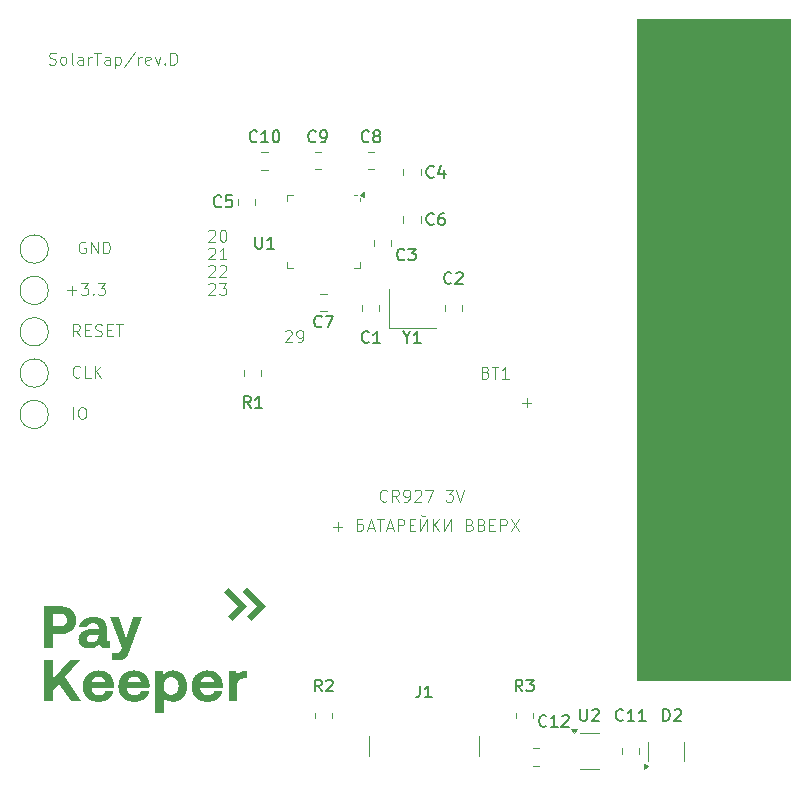
<source format=gbr>
%TF.GenerationSoftware,KiCad,Pcbnew,8.0.5-8.0.5-0~ubuntu24.04.1*%
%TF.CreationDate,2024-10-01T20:34:02+05:00*%
%TF.ProjectId,solartap_mcu_clear_60x60_g400,736f6c61-7274-4617-905f-6d63755f636c,rev?*%
%TF.SameCoordinates,Original*%
%TF.FileFunction,Legend,Top*%
%TF.FilePolarity,Positive*%
%FSLAX46Y46*%
G04 Gerber Fmt 4.6, Leading zero omitted, Abs format (unit mm)*
G04 Created by KiCad (PCBNEW 8.0.5-8.0.5-0~ubuntu24.04.1) date 2024-10-01 20:34:02*
%MOMM*%
%LPD*%
G01*
G04 APERTURE LIST*
%ADD10C,0.100000*%
%ADD11C,0.000000*%
%ADD12C,0.150000*%
%ADD13C,0.120000*%
G04 APERTURE END LIST*
D10*
X87303884Y-87991466D02*
X88065789Y-87991466D01*
X87684836Y-88372419D02*
X87684836Y-87610514D01*
X89780074Y-87372419D02*
X89303884Y-87372419D01*
X89303884Y-87372419D02*
X89303884Y-88372419D01*
X89303884Y-88372419D02*
X89589598Y-88372419D01*
X89589598Y-88372419D02*
X89732455Y-88324800D01*
X89732455Y-88324800D02*
X89827693Y-88229561D01*
X89827693Y-88229561D02*
X89875312Y-88134323D01*
X89875312Y-88134323D02*
X89875312Y-87991466D01*
X89875312Y-87991466D02*
X89827693Y-87896228D01*
X89827693Y-87896228D02*
X89732455Y-87800990D01*
X89732455Y-87800990D02*
X89589598Y-87753371D01*
X89589598Y-87753371D02*
X89303884Y-87753371D01*
X90256265Y-88086704D02*
X90732455Y-88086704D01*
X90161027Y-88372419D02*
X90494360Y-87372419D01*
X90494360Y-87372419D02*
X90827693Y-88372419D01*
X91018170Y-87372419D02*
X91589598Y-87372419D01*
X91303884Y-88372419D02*
X91303884Y-87372419D01*
X91875313Y-88086704D02*
X92351503Y-88086704D01*
X91780075Y-88372419D02*
X92113408Y-87372419D01*
X92113408Y-87372419D02*
X92446741Y-88372419D01*
X92780075Y-88372419D02*
X92780075Y-87372419D01*
X92780075Y-87372419D02*
X93161027Y-87372419D01*
X93161027Y-87372419D02*
X93256265Y-87420038D01*
X93256265Y-87420038D02*
X93303884Y-87467657D01*
X93303884Y-87467657D02*
X93351503Y-87562895D01*
X93351503Y-87562895D02*
X93351503Y-87705752D01*
X93351503Y-87705752D02*
X93303884Y-87800990D01*
X93303884Y-87800990D02*
X93256265Y-87848609D01*
X93256265Y-87848609D02*
X93161027Y-87896228D01*
X93161027Y-87896228D02*
X92780075Y-87896228D01*
X93780075Y-87848609D02*
X94113408Y-87848609D01*
X94256265Y-88372419D02*
X93780075Y-88372419D01*
X93780075Y-88372419D02*
X93780075Y-87372419D01*
X93780075Y-87372419D02*
X94256265Y-87372419D01*
X94684837Y-87372419D02*
X94684837Y-88372419D01*
X94684837Y-88372419D02*
X95256265Y-87372419D01*
X95256265Y-87372419D02*
X95256265Y-88372419D01*
X94780075Y-86991466D02*
X94827694Y-87086704D01*
X94827694Y-87086704D02*
X94922932Y-87134323D01*
X94922932Y-87134323D02*
X95018170Y-87134323D01*
X95018170Y-87134323D02*
X95113408Y-87086704D01*
X95113408Y-87086704D02*
X95161027Y-86991466D01*
X95732456Y-88372419D02*
X95732456Y-87372419D01*
X96303884Y-88372419D02*
X95875313Y-87800990D01*
X96303884Y-87372419D02*
X95732456Y-87943847D01*
X96732456Y-87372419D02*
X96732456Y-88372419D01*
X96732456Y-88372419D02*
X97303884Y-87372419D01*
X97303884Y-87372419D02*
X97303884Y-88372419D01*
X98875313Y-87848609D02*
X99018170Y-87896228D01*
X99018170Y-87896228D02*
X99065789Y-87943847D01*
X99065789Y-87943847D02*
X99113408Y-88039085D01*
X99113408Y-88039085D02*
X99113408Y-88181942D01*
X99113408Y-88181942D02*
X99065789Y-88277180D01*
X99065789Y-88277180D02*
X99018170Y-88324800D01*
X99018170Y-88324800D02*
X98922932Y-88372419D01*
X98922932Y-88372419D02*
X98541980Y-88372419D01*
X98541980Y-88372419D02*
X98541980Y-87372419D01*
X98541980Y-87372419D02*
X98875313Y-87372419D01*
X98875313Y-87372419D02*
X98970551Y-87420038D01*
X98970551Y-87420038D02*
X99018170Y-87467657D01*
X99018170Y-87467657D02*
X99065789Y-87562895D01*
X99065789Y-87562895D02*
X99065789Y-87658133D01*
X99065789Y-87658133D02*
X99018170Y-87753371D01*
X99018170Y-87753371D02*
X98970551Y-87800990D01*
X98970551Y-87800990D02*
X98875313Y-87848609D01*
X98875313Y-87848609D02*
X98541980Y-87848609D01*
X99875313Y-87848609D02*
X100018170Y-87896228D01*
X100018170Y-87896228D02*
X100065789Y-87943847D01*
X100065789Y-87943847D02*
X100113408Y-88039085D01*
X100113408Y-88039085D02*
X100113408Y-88181942D01*
X100113408Y-88181942D02*
X100065789Y-88277180D01*
X100065789Y-88277180D02*
X100018170Y-88324800D01*
X100018170Y-88324800D02*
X99922932Y-88372419D01*
X99922932Y-88372419D02*
X99541980Y-88372419D01*
X99541980Y-88372419D02*
X99541980Y-87372419D01*
X99541980Y-87372419D02*
X99875313Y-87372419D01*
X99875313Y-87372419D02*
X99970551Y-87420038D01*
X99970551Y-87420038D02*
X100018170Y-87467657D01*
X100018170Y-87467657D02*
X100065789Y-87562895D01*
X100065789Y-87562895D02*
X100065789Y-87658133D01*
X100065789Y-87658133D02*
X100018170Y-87753371D01*
X100018170Y-87753371D02*
X99970551Y-87800990D01*
X99970551Y-87800990D02*
X99875313Y-87848609D01*
X99875313Y-87848609D02*
X99541980Y-87848609D01*
X100541980Y-87848609D02*
X100875313Y-87848609D01*
X101018170Y-88372419D02*
X100541980Y-88372419D01*
X100541980Y-88372419D02*
X100541980Y-87372419D01*
X100541980Y-87372419D02*
X101018170Y-87372419D01*
X101446742Y-88372419D02*
X101446742Y-87372419D01*
X101446742Y-87372419D02*
X101827694Y-87372419D01*
X101827694Y-87372419D02*
X101922932Y-87420038D01*
X101922932Y-87420038D02*
X101970551Y-87467657D01*
X101970551Y-87467657D02*
X102018170Y-87562895D01*
X102018170Y-87562895D02*
X102018170Y-87705752D01*
X102018170Y-87705752D02*
X101970551Y-87800990D01*
X101970551Y-87800990D02*
X101922932Y-87848609D01*
X101922932Y-87848609D02*
X101827694Y-87896228D01*
X101827694Y-87896228D02*
X101446742Y-87896228D01*
X102351504Y-87372419D02*
X103018170Y-88372419D01*
X103018170Y-87372419D02*
X102351504Y-88372419D01*
D11*
G36*
X70535888Y-100175282D02*
G01*
X70606201Y-100179480D01*
X70674946Y-100186430D01*
X70742075Y-100196094D01*
X70807539Y-100208435D01*
X70871291Y-100223415D01*
X70933284Y-100240997D01*
X70993468Y-100261142D01*
X71051797Y-100283812D01*
X71108222Y-100308971D01*
X71162696Y-100336580D01*
X71215170Y-100366602D01*
X71265597Y-100398999D01*
X71313930Y-100433733D01*
X71360119Y-100470766D01*
X71404117Y-100510060D01*
X71445877Y-100551579D01*
X71485351Y-100595284D01*
X71522490Y-100641137D01*
X71557247Y-100689101D01*
X71589574Y-100739138D01*
X71619423Y-100791210D01*
X71646746Y-100845279D01*
X71671495Y-100901309D01*
X71693623Y-100959260D01*
X71713082Y-101019095D01*
X71729823Y-101080777D01*
X71743799Y-101144268D01*
X71754962Y-101209529D01*
X71763264Y-101276524D01*
X71768657Y-101345215D01*
X71771094Y-101415563D01*
X71770849Y-101444282D01*
X71770073Y-101473767D01*
X71768709Y-101503842D01*
X71766696Y-101534328D01*
X71763976Y-101565050D01*
X71760491Y-101595831D01*
X71756180Y-101626494D01*
X71750986Y-101656863D01*
X69875884Y-101656863D01*
X69875884Y-101692054D01*
X69877943Y-101726029D01*
X69881279Y-101759135D01*
X69885875Y-101791360D01*
X69891712Y-101822689D01*
X69898771Y-101853109D01*
X69907034Y-101882606D01*
X69916482Y-101911165D01*
X69927098Y-101938774D01*
X69938862Y-101965417D01*
X69951757Y-101991083D01*
X69965764Y-102015756D01*
X69980864Y-102039423D01*
X69997040Y-102062070D01*
X70014272Y-102083683D01*
X70032542Y-102104249D01*
X70051832Y-102123754D01*
X70072124Y-102142183D01*
X70093399Y-102159524D01*
X70115639Y-102175762D01*
X70138825Y-102190883D01*
X70162938Y-102204874D01*
X70187962Y-102217720D01*
X70213876Y-102229409D01*
X70240662Y-102239926D01*
X70268303Y-102249257D01*
X70296780Y-102257389D01*
X70326074Y-102264308D01*
X70356168Y-102270000D01*
X70387041Y-102274451D01*
X70418677Y-102277647D01*
X70451057Y-102279575D01*
X70484162Y-102280221D01*
X70536874Y-102278751D01*
X70587502Y-102274349D01*
X70635965Y-102267032D01*
X70682182Y-102256814D01*
X70726072Y-102243708D01*
X70767554Y-102227731D01*
X70806547Y-102208897D01*
X70842970Y-102187220D01*
X70876742Y-102162716D01*
X70892608Y-102149408D01*
X70907782Y-102135398D01*
X70922252Y-102120689D01*
X70936009Y-102105282D01*
X70949042Y-102089180D01*
X70961342Y-102072383D01*
X70972898Y-102054894D01*
X70983700Y-102036715D01*
X70993738Y-102017847D01*
X71003002Y-101998292D01*
X71011482Y-101978053D01*
X71019167Y-101957130D01*
X71032114Y-101913244D01*
X71730878Y-101913244D01*
X71722266Y-101960069D01*
X71711527Y-102006250D01*
X71698684Y-102051731D01*
X71683759Y-102096458D01*
X71666776Y-102140374D01*
X71647758Y-102183425D01*
X71626728Y-102225556D01*
X71603708Y-102266711D01*
X71578723Y-102306835D01*
X71551794Y-102345873D01*
X71522945Y-102383770D01*
X71492199Y-102420469D01*
X71459579Y-102455917D01*
X71425108Y-102490058D01*
X71388809Y-102522837D01*
X71350705Y-102554198D01*
X71310818Y-102584086D01*
X71269173Y-102612447D01*
X71225791Y-102639224D01*
X71180697Y-102664362D01*
X71133912Y-102687807D01*
X71085461Y-102709503D01*
X71035366Y-102729395D01*
X70983649Y-102747427D01*
X70930335Y-102763545D01*
X70875445Y-102777693D01*
X70819004Y-102789816D01*
X70761034Y-102799858D01*
X70701558Y-102807765D01*
X70640599Y-102813481D01*
X70578180Y-102816952D01*
X70514324Y-102818121D01*
X70434740Y-102816611D01*
X70357192Y-102812110D01*
X70281711Y-102804663D01*
X70208330Y-102794311D01*
X70137080Y-102781098D01*
X70067995Y-102765067D01*
X70001106Y-102746263D01*
X69936445Y-102724727D01*
X69874045Y-102700503D01*
X69813938Y-102673635D01*
X69756156Y-102644165D01*
X69700732Y-102612138D01*
X69647697Y-102577595D01*
X69597084Y-102540581D01*
X69548925Y-102501139D01*
X69503252Y-102459312D01*
X69460098Y-102415143D01*
X69419494Y-102368676D01*
X69381473Y-102319954D01*
X69346067Y-102269019D01*
X69313309Y-102215916D01*
X69283230Y-102160688D01*
X69255863Y-102103377D01*
X69231240Y-102044027D01*
X69209393Y-101982682D01*
X69190354Y-101919385D01*
X69174156Y-101854178D01*
X69160831Y-101787106D01*
X69150411Y-101718211D01*
X69142928Y-101647537D01*
X69138415Y-101575126D01*
X69136903Y-101501023D01*
X69138442Y-101426449D01*
X69143026Y-101353569D01*
X69150610Y-101282426D01*
X69161145Y-101213066D01*
X69164865Y-101194372D01*
X69890966Y-101194372D01*
X71057250Y-101194372D01*
X71052053Y-101165094D01*
X71045895Y-101136647D01*
X71038787Y-101109038D01*
X71030740Y-101082274D01*
X71021765Y-101056359D01*
X71011873Y-101031302D01*
X71001076Y-101007108D01*
X70989384Y-100983784D01*
X70976808Y-100961336D01*
X70963360Y-100939771D01*
X70949050Y-100919095D01*
X70933890Y-100899315D01*
X70917890Y-100880437D01*
X70901061Y-100862467D01*
X70883416Y-100845413D01*
X70864964Y-100829280D01*
X70845716Y-100814074D01*
X70825685Y-100799803D01*
X70804880Y-100786473D01*
X70783313Y-100774090D01*
X70760995Y-100762660D01*
X70737936Y-100752191D01*
X70714149Y-100742688D01*
X70689644Y-100734158D01*
X70664432Y-100726607D01*
X70638524Y-100720042D01*
X70611931Y-100714470D01*
X70584664Y-100709896D01*
X70556735Y-100706328D01*
X70528153Y-100703771D01*
X70498932Y-100702232D01*
X70469080Y-100701717D01*
X70440556Y-100702260D01*
X70412495Y-100703881D01*
X70384918Y-100706568D01*
X70357846Y-100710309D01*
X70331301Y-100715091D01*
X70305303Y-100720904D01*
X70279875Y-100727735D01*
X70255036Y-100735572D01*
X70230809Y-100744403D01*
X70207214Y-100754216D01*
X70184272Y-100764999D01*
X70162005Y-100776741D01*
X70140435Y-100789428D01*
X70119581Y-100803051D01*
X70099465Y-100817595D01*
X70080109Y-100833050D01*
X70061534Y-100849403D01*
X70043760Y-100866643D01*
X70026809Y-100884757D01*
X70010702Y-100903733D01*
X69995461Y-100923561D01*
X69981105Y-100944226D01*
X69967658Y-100965719D01*
X69955139Y-100988025D01*
X69943570Y-101011135D01*
X69932973Y-101035035D01*
X69923367Y-101059714D01*
X69914775Y-101085160D01*
X69907218Y-101111361D01*
X69900717Y-101138304D01*
X69895292Y-101165979D01*
X69890966Y-101194372D01*
X69164865Y-101194372D01*
X69174586Y-101145532D01*
X69190884Y-101079868D01*
X69209994Y-101016119D01*
X69231868Y-100954329D01*
X69256459Y-100894541D01*
X69283721Y-100836801D01*
X69313606Y-100781152D01*
X69346067Y-100727639D01*
X69381058Y-100676305D01*
X69418531Y-100627196D01*
X69458441Y-100580354D01*
X69500738Y-100535824D01*
X69545378Y-100493652D01*
X69592312Y-100453879D01*
X69641494Y-100416552D01*
X69692877Y-100381713D01*
X69746414Y-100349408D01*
X69802058Y-100319680D01*
X69859762Y-100292573D01*
X69919479Y-100268133D01*
X69981162Y-100246402D01*
X70044764Y-100227425D01*
X70110239Y-100211246D01*
X70177539Y-100197910D01*
X70246618Y-100187461D01*
X70317428Y-100179943D01*
X70389922Y-100175399D01*
X70464054Y-100173875D01*
X70535888Y-100175282D01*
G37*
G36*
X67514346Y-100175282D02*
G01*
X67584659Y-100179480D01*
X67653404Y-100186430D01*
X67720533Y-100196094D01*
X67785997Y-100208435D01*
X67849750Y-100223415D01*
X67911742Y-100240997D01*
X67971926Y-100261142D01*
X68030255Y-100283812D01*
X68086680Y-100308971D01*
X68141154Y-100336580D01*
X68193629Y-100366602D01*
X68244056Y-100398999D01*
X68292388Y-100433733D01*
X68338578Y-100470766D01*
X68382576Y-100510060D01*
X68424336Y-100551579D01*
X68463810Y-100595284D01*
X68500949Y-100641137D01*
X68535706Y-100689101D01*
X68568033Y-100739138D01*
X68597882Y-100791210D01*
X68625205Y-100845279D01*
X68649954Y-100901309D01*
X68672082Y-100959260D01*
X68691540Y-101019095D01*
X68708282Y-101080777D01*
X68722258Y-101144268D01*
X68733421Y-101209529D01*
X68741723Y-101276524D01*
X68747117Y-101345215D01*
X68749553Y-101415563D01*
X68749308Y-101444282D01*
X68748532Y-101473767D01*
X68747167Y-101503842D01*
X68745154Y-101534328D01*
X68742435Y-101565050D01*
X68738949Y-101595831D01*
X68734639Y-101626494D01*
X68729445Y-101656863D01*
X66854342Y-101656863D01*
X66854342Y-101692054D01*
X66856401Y-101726029D01*
X66859738Y-101759135D01*
X66864333Y-101791360D01*
X66870170Y-101822689D01*
X66877229Y-101853109D01*
X66885492Y-101882606D01*
X66894940Y-101911165D01*
X66905556Y-101938774D01*
X66917320Y-101965417D01*
X66930215Y-101991083D01*
X66944222Y-102015756D01*
X66959322Y-102039423D01*
X66975498Y-102062070D01*
X66992730Y-102083683D01*
X67011000Y-102104249D01*
X67030291Y-102123754D01*
X67050582Y-102142183D01*
X67071857Y-102159524D01*
X67094097Y-102175762D01*
X67117283Y-102190883D01*
X67141396Y-102204874D01*
X67166420Y-102217720D01*
X67192334Y-102229409D01*
X67219121Y-102239926D01*
X67246762Y-102249257D01*
X67275238Y-102257389D01*
X67304533Y-102264308D01*
X67334626Y-102270000D01*
X67365500Y-102274451D01*
X67397136Y-102277647D01*
X67429515Y-102279575D01*
X67462620Y-102280221D01*
X67515332Y-102278751D01*
X67565960Y-102274349D01*
X67614423Y-102267032D01*
X67660640Y-102256814D01*
X67704530Y-102243708D01*
X67746012Y-102227731D01*
X67785005Y-102208897D01*
X67821428Y-102187220D01*
X67855200Y-102162716D01*
X67871067Y-102149408D01*
X67886240Y-102135398D01*
X67900710Y-102120689D01*
X67914467Y-102105282D01*
X67927500Y-102089180D01*
X67939800Y-102072383D01*
X67951356Y-102054894D01*
X67962158Y-102036715D01*
X67972196Y-102017847D01*
X67981460Y-101998292D01*
X67989940Y-101978053D01*
X67997625Y-101957130D01*
X68010572Y-101913244D01*
X68709337Y-101913244D01*
X68700725Y-101960069D01*
X68689985Y-102006250D01*
X68677142Y-102051731D01*
X68662217Y-102096458D01*
X68645235Y-102140374D01*
X68626216Y-102183425D01*
X68605186Y-102225556D01*
X68582167Y-102266711D01*
X68557181Y-102306835D01*
X68530253Y-102345873D01*
X68501404Y-102383770D01*
X68470658Y-102420469D01*
X68438038Y-102455917D01*
X68403567Y-102490058D01*
X68367267Y-102522837D01*
X68329163Y-102554198D01*
X68289277Y-102584086D01*
X68247631Y-102612447D01*
X68204250Y-102639224D01*
X68159155Y-102664362D01*
X68112371Y-102687807D01*
X68063919Y-102709503D01*
X68013824Y-102729395D01*
X67962107Y-102747427D01*
X67908793Y-102763545D01*
X67853904Y-102777693D01*
X67797462Y-102789816D01*
X67739492Y-102799858D01*
X67680016Y-102807765D01*
X67619057Y-102813481D01*
X67556638Y-102816952D01*
X67492782Y-102818121D01*
X67413199Y-102816611D01*
X67335650Y-102812110D01*
X67260170Y-102804663D01*
X67186788Y-102794311D01*
X67115539Y-102781098D01*
X67046453Y-102765067D01*
X66979564Y-102746263D01*
X66914904Y-102724727D01*
X66852504Y-102700503D01*
X66792397Y-102673635D01*
X66734615Y-102644165D01*
X66679190Y-102612138D01*
X66626156Y-102577595D01*
X66575542Y-102540581D01*
X66527383Y-102501139D01*
X66481710Y-102459312D01*
X66438556Y-102415143D01*
X66397952Y-102368676D01*
X66359931Y-102319954D01*
X66324526Y-102269019D01*
X66291767Y-102215916D01*
X66261688Y-102160688D01*
X66234321Y-102103377D01*
X66209698Y-102044027D01*
X66187851Y-101982682D01*
X66168812Y-101919385D01*
X66152614Y-101854178D01*
X66139289Y-101787106D01*
X66128869Y-101718211D01*
X66121386Y-101647537D01*
X66116873Y-101575126D01*
X66115362Y-101501023D01*
X66116900Y-101426449D01*
X66121485Y-101353569D01*
X66129068Y-101282426D01*
X66139603Y-101213066D01*
X66143324Y-101194372D01*
X66869424Y-101194372D01*
X68035708Y-101194372D01*
X68030510Y-101165094D01*
X68024352Y-101136647D01*
X68017244Y-101109038D01*
X68009197Y-101082274D01*
X68000223Y-101056359D01*
X67990331Y-101031302D01*
X67979534Y-101007108D01*
X67967842Y-100983784D01*
X67955266Y-100961336D01*
X67941818Y-100939771D01*
X67927508Y-100919095D01*
X67912347Y-100899315D01*
X67896347Y-100880437D01*
X67879519Y-100862467D01*
X67861873Y-100845413D01*
X67843421Y-100829280D01*
X67824174Y-100814074D01*
X67804142Y-100799803D01*
X67783338Y-100786473D01*
X67761771Y-100774090D01*
X67739452Y-100762660D01*
X67716394Y-100752191D01*
X67692607Y-100742688D01*
X67668102Y-100734158D01*
X67642890Y-100726607D01*
X67616982Y-100720042D01*
X67590389Y-100714470D01*
X67563122Y-100709896D01*
X67535193Y-100706328D01*
X67506612Y-100703771D01*
X67477390Y-100702232D01*
X67447538Y-100701717D01*
X67419014Y-100702260D01*
X67390953Y-100703881D01*
X67363376Y-100706568D01*
X67336305Y-100710309D01*
X67309760Y-100715091D01*
X67283762Y-100720904D01*
X67258334Y-100727735D01*
X67233495Y-100735572D01*
X67209268Y-100744403D01*
X67185673Y-100754216D01*
X67162731Y-100764999D01*
X67140465Y-100776741D01*
X67118894Y-100789428D01*
X67098040Y-100803051D01*
X67077925Y-100817595D01*
X67058568Y-100833050D01*
X67039993Y-100849403D01*
X67022219Y-100866643D01*
X67005268Y-100884757D01*
X66989161Y-100903733D01*
X66973920Y-100923561D01*
X66959564Y-100944226D01*
X66946117Y-100965719D01*
X66933598Y-100988025D01*
X66922029Y-101011135D01*
X66911432Y-101035035D01*
X66901826Y-101059714D01*
X66893234Y-101085160D01*
X66885677Y-101111361D01*
X66879175Y-101138304D01*
X66873751Y-101165979D01*
X66869424Y-101194372D01*
X66143324Y-101194372D01*
X66153044Y-101145532D01*
X66169343Y-101079868D01*
X66188452Y-101016119D01*
X66210326Y-100954329D01*
X66234918Y-100894541D01*
X66262179Y-100836801D01*
X66292064Y-100781152D01*
X66324526Y-100727639D01*
X66359517Y-100676305D01*
X66396990Y-100627196D01*
X66436899Y-100580354D01*
X66479197Y-100535824D01*
X66523836Y-100493652D01*
X66570771Y-100453879D01*
X66619953Y-100416552D01*
X66671336Y-100381713D01*
X66724872Y-100349408D01*
X66780516Y-100319680D01*
X66838220Y-100292573D01*
X66897937Y-100268133D01*
X66959620Y-100246402D01*
X67023223Y-100227425D01*
X67088697Y-100211246D01*
X67155997Y-100197910D01*
X67225076Y-100187461D01*
X67295885Y-100179943D01*
X67368380Y-100175399D01*
X67442511Y-100173875D01*
X67514346Y-100175282D01*
G37*
G36*
X80026200Y-94747376D02*
G01*
X78810122Y-95963454D01*
X78435949Y-95589280D01*
X79277852Y-94747376D01*
X78061774Y-93531298D01*
X78435949Y-93157124D01*
X80026200Y-94747376D01*
G37*
G36*
X81602297Y-94747376D02*
G01*
X80386219Y-95963454D01*
X80012044Y-95589280D01*
X80853924Y-94747376D01*
X79637870Y-93531298D01*
X80012044Y-93157124D01*
X81602297Y-94747376D01*
G37*
G36*
X63586422Y-100862583D02*
G01*
X64994005Y-99269000D01*
X65908934Y-99269000D01*
X64606920Y-100736907D01*
X65994394Y-102787957D01*
X65089519Y-102787957D01*
X64074048Y-101289886D01*
X63586422Y-101842866D01*
X63586422Y-102787957D01*
X62832359Y-102787957D01*
X62832359Y-99269000D01*
X63586422Y-99269000D01*
X63586422Y-100862583D01*
G37*
G36*
X69784339Y-97519575D02*
G01*
X70397643Y-95679662D01*
X71156731Y-95679662D01*
X70010558Y-98630560D01*
X69980675Y-98708147D01*
X69951058Y-98780675D01*
X69921263Y-98848152D01*
X69890850Y-98910584D01*
X69859377Y-98967980D01*
X69826401Y-99020345D01*
X69791482Y-99067689D01*
X69773155Y-99089480D01*
X69754176Y-99110018D01*
X69734491Y-99129304D01*
X69714043Y-99147339D01*
X69692778Y-99164125D01*
X69670640Y-99179661D01*
X69647575Y-99193949D01*
X69623526Y-99206989D01*
X69598439Y-99218784D01*
X69572259Y-99229333D01*
X69544929Y-99238637D01*
X69516396Y-99246698D01*
X69486604Y-99253516D01*
X69455497Y-99259093D01*
X69423020Y-99263428D01*
X69389118Y-99266524D01*
X69353737Y-99268381D01*
X69316819Y-99269000D01*
X68628109Y-99269000D01*
X68628109Y-98670776D01*
X69020222Y-98670776D01*
X69052773Y-98670225D01*
X69082687Y-98668488D01*
X69110157Y-98665441D01*
X69135374Y-98660957D01*
X69147197Y-98658138D01*
X69158528Y-98654913D01*
X69169392Y-98651266D01*
X69179812Y-98647182D01*
X69189813Y-98642645D01*
X69199417Y-98637640D01*
X69208650Y-98632150D01*
X69217535Y-98626161D01*
X69226096Y-98619656D01*
X69234356Y-98612620D01*
X69242341Y-98605037D01*
X69250073Y-98596892D01*
X69257578Y-98588168D01*
X69264877Y-98578852D01*
X69271997Y-98568925D01*
X69278960Y-98558374D01*
X69292512Y-98535334D01*
X69305725Y-98509606D01*
X69318791Y-98481065D01*
X69331901Y-98449586D01*
X69397253Y-98278663D01*
X68401891Y-95679662D01*
X69155954Y-95679662D01*
X69784339Y-97519575D01*
G37*
G36*
X73806927Y-100174928D02*
G01*
X73870648Y-100179004D01*
X73933107Y-100186060D01*
X73994250Y-100196055D01*
X74054019Y-100208947D01*
X74112358Y-100224696D01*
X74169212Y-100243260D01*
X74224524Y-100264598D01*
X74278238Y-100288667D01*
X74330298Y-100315427D01*
X74380647Y-100344836D01*
X74429230Y-100376853D01*
X74475991Y-100411436D01*
X74520873Y-100448544D01*
X74563820Y-100488135D01*
X74604776Y-100530169D01*
X74643685Y-100574603D01*
X74680490Y-100621396D01*
X74715136Y-100670507D01*
X74747567Y-100721895D01*
X74777725Y-100775517D01*
X74805556Y-100831333D01*
X74831003Y-100889301D01*
X74854009Y-100949380D01*
X74874520Y-101011528D01*
X74892477Y-101075704D01*
X74907826Y-101141866D01*
X74920510Y-101209973D01*
X74930473Y-101279984D01*
X74937660Y-101351857D01*
X74942012Y-101425550D01*
X74943476Y-101501023D01*
X74942013Y-101575568D01*
X74937661Y-101648365D01*
X74930478Y-101719372D01*
X74920520Y-101788549D01*
X74907845Y-101855856D01*
X74892510Y-101921251D01*
X74874572Y-101984696D01*
X74854088Y-102046148D01*
X74831115Y-102105568D01*
X74805710Y-102162915D01*
X74777930Y-102218148D01*
X74747832Y-102271228D01*
X74715473Y-102322113D01*
X74680911Y-102370763D01*
X74644202Y-102417138D01*
X74605404Y-102461197D01*
X74564574Y-102502899D01*
X74521767Y-102542205D01*
X74477043Y-102579073D01*
X74430458Y-102613463D01*
X74382068Y-102645335D01*
X74331931Y-102674647D01*
X74280104Y-102701360D01*
X74226644Y-102725434D01*
X74171609Y-102746826D01*
X74115054Y-102765498D01*
X74057038Y-102781408D01*
X73997617Y-102794517D01*
X73936848Y-102804783D01*
X73874789Y-102812166D01*
X73811497Y-102816625D01*
X73747028Y-102818121D01*
X73681281Y-102816432D01*
X73617876Y-102811444D01*
X73556797Y-102803275D01*
X73498031Y-102792042D01*
X73441563Y-102777864D01*
X73387377Y-102760859D01*
X73335459Y-102741143D01*
X73285795Y-102718835D01*
X73238369Y-102694053D01*
X73193167Y-102666915D01*
X73150174Y-102637538D01*
X73109376Y-102606040D01*
X73070757Y-102572539D01*
X73034303Y-102537153D01*
X73000000Y-102500000D01*
X72967832Y-102461198D01*
X72967832Y-103793374D01*
X72259012Y-103793374D01*
X72259012Y-101490969D01*
X72957778Y-101490969D01*
X72960582Y-101572284D01*
X72968902Y-101650167D01*
X72982598Y-101724368D01*
X72991418Y-101760010D01*
X73001529Y-101794637D01*
X73012914Y-101828218D01*
X73025556Y-101860723D01*
X73039437Y-101892119D01*
X73054539Y-101922376D01*
X73070846Y-101951462D01*
X73088338Y-101979345D01*
X73107000Y-102005996D01*
X73126813Y-102031381D01*
X73147761Y-102055471D01*
X73169825Y-102078233D01*
X73192988Y-102099636D01*
X73217232Y-102119650D01*
X73242541Y-102138242D01*
X73268896Y-102155382D01*
X73296280Y-102171037D01*
X73324676Y-102185178D01*
X73354067Y-102197773D01*
X73384433Y-102208789D01*
X73415759Y-102218197D01*
X73448027Y-102225964D01*
X73481218Y-102232060D01*
X73515317Y-102236453D01*
X73550304Y-102239112D01*
X73586164Y-102240005D01*
X73622052Y-102239112D01*
X73657123Y-102236453D01*
X73691357Y-102232060D01*
X73724732Y-102225964D01*
X73757228Y-102218197D01*
X73788822Y-102208789D01*
X73819493Y-102197773D01*
X73849221Y-102185178D01*
X73877985Y-102171037D01*
X73905762Y-102155382D01*
X73932533Y-102138242D01*
X73958275Y-102119650D01*
X73982968Y-102099636D01*
X74006591Y-102078233D01*
X74029122Y-102055471D01*
X74050540Y-102031381D01*
X74070824Y-102005996D01*
X74089953Y-101979345D01*
X74107905Y-101951462D01*
X74124660Y-101922376D01*
X74140196Y-101892119D01*
X74154492Y-101860723D01*
X74167527Y-101828218D01*
X74179280Y-101794637D01*
X74189730Y-101760010D01*
X74198854Y-101724368D01*
X74206634Y-101687743D01*
X74213046Y-101650167D01*
X74218070Y-101611670D01*
X74221685Y-101572284D01*
X74223869Y-101532040D01*
X74224602Y-101490969D01*
X74223869Y-101450370D01*
X74221685Y-101410596D01*
X74218070Y-101371679D01*
X74213046Y-101333647D01*
X74206634Y-101296533D01*
X74198854Y-101260366D01*
X74189730Y-101225176D01*
X74179280Y-101190994D01*
X74167527Y-101157851D01*
X74154492Y-101125776D01*
X74140196Y-101094800D01*
X74124660Y-101064954D01*
X74107905Y-101036267D01*
X74089953Y-101008771D01*
X74070824Y-100982495D01*
X74050540Y-100957470D01*
X74029122Y-100933727D01*
X74006591Y-100911295D01*
X73982968Y-100890205D01*
X73958275Y-100870488D01*
X73932533Y-100852173D01*
X73905762Y-100835292D01*
X73877985Y-100819874D01*
X73849221Y-100805950D01*
X73819493Y-100793551D01*
X73788822Y-100782706D01*
X73757228Y-100773446D01*
X73724732Y-100765802D01*
X73691357Y-100759804D01*
X73657123Y-100755482D01*
X73622052Y-100752866D01*
X73586164Y-100751988D01*
X73550304Y-100752866D01*
X73515317Y-100755482D01*
X73481218Y-100759804D01*
X73448027Y-100765802D01*
X73415759Y-100773446D01*
X73384433Y-100782706D01*
X73354067Y-100793551D01*
X73324676Y-100805950D01*
X73296280Y-100819874D01*
X73268896Y-100835292D01*
X73242541Y-100852173D01*
X73217232Y-100870488D01*
X73192988Y-100890205D01*
X73169825Y-100911295D01*
X73147761Y-100933727D01*
X73126813Y-100957470D01*
X73107000Y-100982495D01*
X73088338Y-101008771D01*
X73070846Y-101036267D01*
X73054539Y-101064954D01*
X73039437Y-101094800D01*
X73025556Y-101125776D01*
X73012914Y-101157851D01*
X73001529Y-101190994D01*
X72991418Y-101225176D01*
X72982598Y-101260366D01*
X72975087Y-101296533D01*
X72968902Y-101333647D01*
X72964062Y-101371679D01*
X72960582Y-101410596D01*
X72958482Y-101450370D01*
X72957778Y-101490969D01*
X72259012Y-101490969D01*
X72259012Y-100204037D01*
X72877344Y-100204037D01*
X72947724Y-100560960D01*
X72979950Y-100520161D01*
X73014430Y-100480821D01*
X73051178Y-100443100D01*
X73090209Y-100407162D01*
X73131538Y-100373168D01*
X73175179Y-100341280D01*
X73221146Y-100311660D01*
X73269456Y-100284470D01*
X73294494Y-100271837D01*
X73320122Y-100259872D01*
X73346343Y-100248596D01*
X73373159Y-100238028D01*
X73400572Y-100228190D01*
X73428582Y-100219101D01*
X73457193Y-100210781D01*
X73486406Y-100203252D01*
X73516223Y-100196532D01*
X73546645Y-100190642D01*
X73577675Y-100185603D01*
X73609314Y-100181435D01*
X73641565Y-100178158D01*
X73674428Y-100175792D01*
X73707907Y-100174357D01*
X73742002Y-100173875D01*
X73806927Y-100174928D01*
G37*
G36*
X76736080Y-100175282D02*
G01*
X76806394Y-100179480D01*
X76875139Y-100186430D01*
X76942267Y-100196094D01*
X77007731Y-100208435D01*
X77071484Y-100223415D01*
X77133476Y-100240997D01*
X77193660Y-100261142D01*
X77251989Y-100283812D01*
X77308414Y-100308971D01*
X77362888Y-100336580D01*
X77415363Y-100366602D01*
X77465790Y-100398999D01*
X77514122Y-100433733D01*
X77560312Y-100470766D01*
X77604311Y-100510060D01*
X77646071Y-100551579D01*
X77685544Y-100595284D01*
X77722683Y-100641137D01*
X77757440Y-100689101D01*
X77789767Y-100739138D01*
X77819616Y-100791210D01*
X77846939Y-100845279D01*
X77871689Y-100901309D01*
X77893817Y-100959260D01*
X77913275Y-101019095D01*
X77930016Y-101080777D01*
X77943993Y-101144268D01*
X77955156Y-101209529D01*
X77963458Y-101276524D01*
X77968851Y-101345215D01*
X77971288Y-101415563D01*
X77971043Y-101444282D01*
X77970267Y-101473767D01*
X77968902Y-101503842D01*
X77966889Y-101534328D01*
X77964169Y-101565050D01*
X77960684Y-101595831D01*
X77956374Y-101626494D01*
X77951180Y-101656863D01*
X76076078Y-101656863D01*
X76076078Y-101692054D01*
X76078137Y-101726029D01*
X76081473Y-101759135D01*
X76086069Y-101791360D01*
X76091905Y-101822689D01*
X76098964Y-101853109D01*
X76107227Y-101882606D01*
X76116676Y-101911165D01*
X76127291Y-101938774D01*
X76139056Y-101965417D01*
X76151950Y-101991083D01*
X76165957Y-102015756D01*
X76181057Y-102039423D01*
X76197233Y-102062070D01*
X76214465Y-102083683D01*
X76232735Y-102104249D01*
X76252026Y-102123754D01*
X76272317Y-102142183D01*
X76293592Y-102159524D01*
X76315832Y-102175762D01*
X76339017Y-102190883D01*
X76363131Y-102204874D01*
X76388154Y-102217720D01*
X76414068Y-102229409D01*
X76440855Y-102239926D01*
X76468496Y-102249257D01*
X76496973Y-102257389D01*
X76526267Y-102264308D01*
X76556360Y-102270000D01*
X76587234Y-102274451D01*
X76618870Y-102277647D01*
X76651249Y-102279575D01*
X76684354Y-102280221D01*
X76737067Y-102278751D01*
X76787695Y-102274349D01*
X76836160Y-102267032D01*
X76882379Y-102256814D01*
X76926271Y-102243708D01*
X76967755Y-102227731D01*
X77006750Y-102208897D01*
X77043175Y-102187220D01*
X77076950Y-102162716D01*
X77092818Y-102149408D01*
X77107992Y-102135398D01*
X77122463Y-102120689D01*
X77136221Y-102105282D01*
X77149256Y-102089180D01*
X77161556Y-102072383D01*
X77173113Y-102054894D01*
X77183916Y-102036715D01*
X77193955Y-102017847D01*
X77203219Y-101998292D01*
X77211699Y-101978053D01*
X77219385Y-101957130D01*
X77232332Y-101913244D01*
X77931070Y-101913244D01*
X77922459Y-101960069D01*
X77911720Y-102006250D01*
X77898876Y-102051731D01*
X77883952Y-102096458D01*
X77866969Y-102140374D01*
X77847951Y-102183425D01*
X77826921Y-102225556D01*
X77803901Y-102266711D01*
X77778916Y-102306835D01*
X77751987Y-102345873D01*
X77723138Y-102383770D01*
X77692392Y-102420469D01*
X77659772Y-102455917D01*
X77625301Y-102490058D01*
X77589002Y-102522837D01*
X77550898Y-102554198D01*
X77511011Y-102584086D01*
X77469366Y-102612447D01*
X77425984Y-102639224D01*
X77380890Y-102664362D01*
X77334106Y-102687807D01*
X77285654Y-102709503D01*
X77235559Y-102729395D01*
X77183842Y-102747427D01*
X77130528Y-102763545D01*
X77075639Y-102777693D01*
X77019197Y-102789816D01*
X76961227Y-102799858D01*
X76901751Y-102807765D01*
X76840792Y-102813481D01*
X76778373Y-102816952D01*
X76714518Y-102818121D01*
X76634934Y-102816611D01*
X76557386Y-102812110D01*
X76481905Y-102804663D01*
X76408523Y-102794311D01*
X76337274Y-102781098D01*
X76268188Y-102765067D01*
X76201299Y-102746263D01*
X76136639Y-102724727D01*
X76074239Y-102700503D01*
X76014132Y-102673635D01*
X75956350Y-102644165D01*
X75900925Y-102612138D01*
X75847890Y-102577595D01*
X75797277Y-102540581D01*
X75749118Y-102501139D01*
X75703445Y-102459312D01*
X75660291Y-102415143D01*
X75619687Y-102368676D01*
X75581666Y-102319954D01*
X75546260Y-102269019D01*
X75513502Y-102215916D01*
X75483423Y-102160688D01*
X75456056Y-102103377D01*
X75431433Y-102044027D01*
X75409586Y-101982682D01*
X75390547Y-101919385D01*
X75374349Y-101854178D01*
X75361024Y-101787106D01*
X75350604Y-101718211D01*
X75343121Y-101647537D01*
X75338608Y-101575126D01*
X75337096Y-101501023D01*
X75338635Y-101426449D01*
X75343219Y-101353569D01*
X75350803Y-101282426D01*
X75361338Y-101213066D01*
X75365058Y-101194372D01*
X76091160Y-101194372D01*
X77257441Y-101194372D01*
X77252244Y-101165094D01*
X77246086Y-101136647D01*
X77238978Y-101109038D01*
X77230931Y-101082274D01*
X77221956Y-101056359D01*
X77212065Y-101031302D01*
X77201268Y-101007108D01*
X77189576Y-100983784D01*
X77177000Y-100961336D01*
X77163552Y-100939771D01*
X77149242Y-100919095D01*
X77134082Y-100899315D01*
X77118082Y-100880437D01*
X77101253Y-100862467D01*
X77083608Y-100845413D01*
X77065156Y-100829280D01*
X77045908Y-100814074D01*
X77025877Y-100799803D01*
X77005072Y-100786473D01*
X76983505Y-100774090D01*
X76961187Y-100762660D01*
X76938129Y-100752191D01*
X76914341Y-100742688D01*
X76889836Y-100734158D01*
X76864624Y-100726607D01*
X76838716Y-100720042D01*
X76812123Y-100714470D01*
X76784856Y-100709896D01*
X76756927Y-100706328D01*
X76728346Y-100703771D01*
X76699124Y-100702232D01*
X76669272Y-100701717D01*
X76640748Y-100702260D01*
X76612687Y-100703881D01*
X76585110Y-100706568D01*
X76558039Y-100710309D01*
X76531493Y-100715091D01*
X76505496Y-100720904D01*
X76480067Y-100727735D01*
X76455229Y-100735572D01*
X76431002Y-100744403D01*
X76407407Y-100754216D01*
X76384465Y-100764999D01*
X76362198Y-100776741D01*
X76340628Y-100789428D01*
X76319774Y-100803051D01*
X76299658Y-100817595D01*
X76280302Y-100833050D01*
X76261727Y-100849403D01*
X76243953Y-100866643D01*
X76227002Y-100884757D01*
X76210895Y-100903733D01*
X76195654Y-100923561D01*
X76181299Y-100944226D01*
X76167851Y-100965719D01*
X76155332Y-100988025D01*
X76143764Y-101011135D01*
X76133166Y-101035035D01*
X76123561Y-101059714D01*
X76114969Y-101085160D01*
X76107412Y-101111361D01*
X76100910Y-101138304D01*
X76095486Y-101165979D01*
X76091160Y-101194372D01*
X75365058Y-101194372D01*
X75374778Y-101145532D01*
X75391077Y-101079868D01*
X75410187Y-101016119D01*
X75432061Y-100954329D01*
X75456652Y-100894541D01*
X75483914Y-100836801D01*
X75513798Y-100781152D01*
X75546260Y-100727639D01*
X75581251Y-100676305D01*
X75618724Y-100627196D01*
X75658633Y-100580354D01*
X75700931Y-100535824D01*
X75745570Y-100493652D01*
X75792505Y-100453879D01*
X75841687Y-100416552D01*
X75893069Y-100381713D01*
X75946606Y-100349408D01*
X76002250Y-100319680D01*
X76059954Y-100292573D01*
X76119671Y-100268133D01*
X76181354Y-100246402D01*
X76244957Y-100227425D01*
X76310431Y-100211246D01*
X76377732Y-100197910D01*
X76446810Y-100187461D01*
X76517620Y-100179943D01*
X76590114Y-100175399D01*
X76664246Y-100173875D01*
X76736080Y-100175282D01*
G37*
G36*
X67140944Y-95653264D02*
G01*
X67265705Y-95664532D01*
X67382956Y-95683267D01*
X67492533Y-95709432D01*
X67544393Y-95725289D01*
X67594275Y-95742990D01*
X67642157Y-95762530D01*
X67688020Y-95783905D01*
X67731842Y-95807110D01*
X67773605Y-95832140D01*
X67813288Y-95858990D01*
X67850870Y-95887657D01*
X67886331Y-95918136D01*
X67919651Y-95950421D01*
X67950810Y-95984508D01*
X67979787Y-96020394D01*
X68006562Y-96058072D01*
X68031116Y-96097539D01*
X68053427Y-96138790D01*
X68073475Y-96181820D01*
X68091241Y-96226625D01*
X68106704Y-96273200D01*
X68119843Y-96321540D01*
X68130639Y-96371642D01*
X68139071Y-96423499D01*
X68145119Y-96477109D01*
X68148762Y-96532465D01*
X68149981Y-96589564D01*
X68149981Y-97504493D01*
X68150143Y-97516896D01*
X68150629Y-97528668D01*
X68151439Y-97539822D01*
X68152574Y-97550375D01*
X68154032Y-97560343D01*
X68155814Y-97569741D01*
X68157920Y-97578585D01*
X68160350Y-97586890D01*
X68163104Y-97594673D01*
X68166182Y-97601948D01*
X68169584Y-97608732D01*
X68173310Y-97615040D01*
X68177360Y-97620888D01*
X68181734Y-97626291D01*
X68186433Y-97631265D01*
X68191455Y-97635826D01*
X68196801Y-97639989D01*
X68202471Y-97643770D01*
X68208465Y-97647185D01*
X68214784Y-97650250D01*
X68221426Y-97652979D01*
X68228392Y-97655388D01*
X68235682Y-97657494D01*
X68243297Y-97659312D01*
X68259497Y-97662146D01*
X68276994Y-97664015D01*
X68295786Y-97665045D01*
X68315875Y-97665360D01*
X68396309Y-97665360D01*
X68396309Y-98263583D01*
X68034358Y-98263583D01*
X68000686Y-98263070D01*
X67968463Y-98261547D01*
X67937665Y-98259030D01*
X67908269Y-98255541D01*
X67880249Y-98251099D01*
X67853582Y-98245721D01*
X67828244Y-98239429D01*
X67804212Y-98232242D01*
X67781461Y-98224178D01*
X67759967Y-98215257D01*
X67739707Y-98205498D01*
X67720656Y-98194921D01*
X67702791Y-98183546D01*
X67686088Y-98171390D01*
X67670522Y-98158474D01*
X67656070Y-98144817D01*
X67642708Y-98130439D01*
X67630412Y-98115358D01*
X67619158Y-98099594D01*
X67608922Y-98083167D01*
X67599680Y-98066095D01*
X67591408Y-98048398D01*
X67584082Y-98030095D01*
X67577679Y-98011206D01*
X67572174Y-97991750D01*
X67567544Y-97971747D01*
X67560811Y-97930174D01*
X67557289Y-97886642D01*
X67556785Y-97841306D01*
X67521895Y-97893609D01*
X67485031Y-97943017D01*
X67446106Y-97989465D01*
X67425842Y-98011558D01*
X67405030Y-98032886D01*
X67383658Y-98053441D01*
X67361716Y-98073214D01*
X67339191Y-98092198D01*
X67316074Y-98110384D01*
X67292353Y-98127763D01*
X67268017Y-98144328D01*
X67243056Y-98160069D01*
X67217457Y-98174980D01*
X67191210Y-98189051D01*
X67164304Y-98202274D01*
X67136728Y-98214641D01*
X67108471Y-98226144D01*
X67079522Y-98236774D01*
X67049869Y-98246524D01*
X67019503Y-98255384D01*
X66988410Y-98263347D01*
X66956582Y-98270404D01*
X66924006Y-98276546D01*
X66890671Y-98281767D01*
X66856567Y-98286057D01*
X66821683Y-98289408D01*
X66786006Y-98291812D01*
X66749528Y-98293260D01*
X66712235Y-98293745D01*
X66609495Y-98290632D01*
X66510769Y-98281334D01*
X66416416Y-98265909D01*
X66326799Y-98244417D01*
X66242278Y-98216915D01*
X66163213Y-98183463D01*
X66125839Y-98164524D01*
X66089966Y-98144120D01*
X66055636Y-98122258D01*
X66022896Y-98098945D01*
X65991792Y-98074189D01*
X65962367Y-98047997D01*
X65934667Y-98020376D01*
X65908737Y-97991334D01*
X65884622Y-97960878D01*
X65862368Y-97929016D01*
X65842019Y-97895755D01*
X65823620Y-97861101D01*
X65807217Y-97825064D01*
X65792855Y-97787649D01*
X65780579Y-97748865D01*
X65770433Y-97708718D01*
X65762464Y-97667216D01*
X65756715Y-97624367D01*
X65753233Y-97580177D01*
X65752063Y-97534655D01*
X65753259Y-97484383D01*
X66465908Y-97484383D01*
X66466333Y-97501157D01*
X66467603Y-97517538D01*
X66469706Y-97533519D01*
X66472633Y-97549088D01*
X66476374Y-97564238D01*
X66480919Y-97578959D01*
X66486257Y-97593241D01*
X66492379Y-97607077D01*
X66499273Y-97620455D01*
X66506931Y-97633368D01*
X66515341Y-97645806D01*
X66524495Y-97657760D01*
X66534381Y-97669220D01*
X66544990Y-97680178D01*
X66556311Y-97690624D01*
X66568335Y-97700549D01*
X66581050Y-97709944D01*
X66594448Y-97718799D01*
X66608518Y-97727106D01*
X66623250Y-97734855D01*
X66638633Y-97742037D01*
X66654658Y-97748643D01*
X66671314Y-97754663D01*
X66688592Y-97760089D01*
X66706481Y-97764910D01*
X66724971Y-97769119D01*
X66744052Y-97772706D01*
X66763714Y-97775661D01*
X66783946Y-97777975D01*
X66804739Y-97779640D01*
X66826083Y-97780645D01*
X66847966Y-97780982D01*
X66882412Y-97780308D01*
X66915990Y-97778299D01*
X66948687Y-97774976D01*
X66980487Y-97770359D01*
X67011378Y-97764467D01*
X67041346Y-97757322D01*
X67070377Y-97748944D01*
X67098457Y-97739352D01*
X67125572Y-97728567D01*
X67151709Y-97716610D01*
X67176853Y-97703500D01*
X67200991Y-97689258D01*
X67224110Y-97673904D01*
X67246195Y-97657458D01*
X67267232Y-97639941D01*
X67287208Y-97621372D01*
X67306109Y-97601773D01*
X67323921Y-97581163D01*
X67340630Y-97559563D01*
X67356222Y-97536992D01*
X67370685Y-97513472D01*
X67384003Y-97489021D01*
X67396163Y-97463661D01*
X67407151Y-97437413D01*
X67416954Y-97410295D01*
X67425557Y-97382328D01*
X67432947Y-97353533D01*
X67439110Y-97323930D01*
X67444033Y-97293539D01*
X67447700Y-97262380D01*
X67450100Y-97230474D01*
X67451217Y-97197840D01*
X67451217Y-97147570D01*
X66933427Y-97147570D01*
X66879299Y-97148978D01*
X66828182Y-97153176D01*
X66780144Y-97160129D01*
X66735250Y-97169799D01*
X66693567Y-97182150D01*
X66655160Y-97197144D01*
X66637207Y-97205621D01*
X66620097Y-97214745D01*
X66603840Y-97224511D01*
X66588443Y-97234915D01*
X66573916Y-97245953D01*
X66560265Y-97257619D01*
X66547500Y-97269910D01*
X66535629Y-97282820D01*
X66524660Y-97296345D01*
X66514602Y-97310480D01*
X66505462Y-97325221D01*
X66497249Y-97340562D01*
X66489971Y-97356501D01*
X66483636Y-97373031D01*
X66478254Y-97390148D01*
X66473831Y-97407848D01*
X66470377Y-97426127D01*
X66467900Y-97444978D01*
X66466407Y-97464399D01*
X66465908Y-97484383D01*
X65753259Y-97484383D01*
X65753269Y-97483979D01*
X65756881Y-97434701D01*
X65762890Y-97386835D01*
X65771287Y-97340396D01*
X65782063Y-97295395D01*
X65795208Y-97251848D01*
X65810713Y-97209769D01*
X65828569Y-97169170D01*
X65848766Y-97130067D01*
X65871296Y-97092472D01*
X65896150Y-97056399D01*
X65923317Y-97021863D01*
X65952790Y-96988877D01*
X65984558Y-96957455D01*
X66018612Y-96927610D01*
X66054944Y-96899357D01*
X66093544Y-96872710D01*
X66134403Y-96847681D01*
X66177511Y-96824286D01*
X66222860Y-96802537D01*
X66270441Y-96782449D01*
X66320243Y-96764035D01*
X66372258Y-96747309D01*
X66426477Y-96732285D01*
X66482890Y-96718977D01*
X66541489Y-96707399D01*
X66602263Y-96697564D01*
X66665205Y-96689486D01*
X66730304Y-96683180D01*
X66797551Y-96678658D01*
X66866938Y-96675935D01*
X66938454Y-96675024D01*
X67451217Y-96675024D01*
X67451217Y-96549347D01*
X67450732Y-96527905D01*
X67449281Y-96506948D01*
X67446871Y-96486488D01*
X67443509Y-96466537D01*
X67439200Y-96447110D01*
X67433952Y-96428218D01*
X67427770Y-96409875D01*
X67420661Y-96392093D01*
X67412632Y-96374886D01*
X67403689Y-96358266D01*
X67393838Y-96342246D01*
X67383086Y-96326839D01*
X67371439Y-96312059D01*
X67358904Y-96297916D01*
X67345487Y-96284426D01*
X67331195Y-96271600D01*
X67316034Y-96259452D01*
X67300010Y-96247994D01*
X67283130Y-96237239D01*
X67265401Y-96227201D01*
X67246828Y-96217891D01*
X67227419Y-96209324D01*
X67207180Y-96201511D01*
X67186116Y-96194466D01*
X67164236Y-96188201D01*
X67141544Y-96182730D01*
X67118048Y-96178066D01*
X67093754Y-96174220D01*
X67068668Y-96171207D01*
X67042797Y-96169038D01*
X67016147Y-96167728D01*
X66988725Y-96167288D01*
X66937959Y-96168746D01*
X66889410Y-96173062D01*
X66843174Y-96180146D01*
X66799345Y-96189910D01*
X66758020Y-96202267D01*
X66719295Y-96217127D01*
X66683264Y-96234403D01*
X66650025Y-96254006D01*
X66619672Y-96275847D01*
X66592302Y-96299838D01*
X66568009Y-96325892D01*
X66557048Y-96339664D01*
X66546891Y-96353919D01*
X66537552Y-96368645D01*
X66529042Y-96383831D01*
X66521374Y-96399466D01*
X66514559Y-96415540D01*
X66508609Y-96432040D01*
X66503536Y-96448957D01*
X66499353Y-96466279D01*
X66496071Y-96483994D01*
X65812388Y-96483994D01*
X65818302Y-96437371D01*
X65826597Y-96391779D01*
X65837238Y-96347247D01*
X65850189Y-96303805D01*
X65865415Y-96261482D01*
X65882882Y-96220308D01*
X65902554Y-96180312D01*
X65924397Y-96141524D01*
X65948376Y-96103974D01*
X65974455Y-96067689D01*
X66002599Y-96032701D01*
X66032774Y-95999038D01*
X66064945Y-95966730D01*
X66099076Y-95935807D01*
X66135133Y-95906298D01*
X66173081Y-95878231D01*
X66212884Y-95851638D01*
X66254508Y-95826547D01*
X66297918Y-95802987D01*
X66343079Y-95780989D01*
X66389955Y-95760581D01*
X66438512Y-95741793D01*
X66488715Y-95724655D01*
X66540529Y-95709196D01*
X66593919Y-95695445D01*
X66648849Y-95683432D01*
X66705286Y-95673187D01*
X66763193Y-95664738D01*
X66822537Y-95658115D01*
X66883281Y-95653348D01*
X66945392Y-95650467D01*
X67008833Y-95649500D01*
X67140944Y-95653264D01*
G37*
G36*
X79168024Y-100591120D02*
G01*
X79195158Y-100548665D01*
X79223911Y-100508095D01*
X79254491Y-100469528D01*
X79287103Y-100433082D01*
X79304236Y-100415691D01*
X79321954Y-100398874D01*
X79340283Y-100382647D01*
X79359250Y-100367023D01*
X79378879Y-100352018D01*
X79399197Y-100337646D01*
X79420228Y-100323922D01*
X79442000Y-100310861D01*
X79464538Y-100298478D01*
X79487868Y-100286787D01*
X79512015Y-100275802D01*
X79537005Y-100265539D01*
X79562864Y-100256013D01*
X79589617Y-100247238D01*
X79617292Y-100239229D01*
X79645912Y-100232000D01*
X79675505Y-100225566D01*
X79706095Y-100219943D01*
X79737709Y-100215144D01*
X79770372Y-100211185D01*
X79804110Y-100208080D01*
X79838949Y-100205843D01*
X79874915Y-100204491D01*
X79912034Y-100204037D01*
X80032683Y-100204037D01*
X80032683Y-100847503D01*
X79751166Y-100847503D01*
X79712341Y-100848323D01*
X79675028Y-100850760D01*
X79639211Y-100854785D01*
X79604870Y-100860365D01*
X79571987Y-100867470D01*
X79540544Y-100876068D01*
X79510522Y-100886127D01*
X79481902Y-100897617D01*
X79454668Y-100910506D01*
X79428799Y-100924763D01*
X79404278Y-100940356D01*
X79381086Y-100957254D01*
X79359205Y-100975427D01*
X79338616Y-100994842D01*
X79319301Y-101015469D01*
X79301242Y-101037275D01*
X79284419Y-101060231D01*
X79268816Y-101084304D01*
X79254413Y-101109463D01*
X79241192Y-101135677D01*
X79229134Y-101162914D01*
X79218221Y-101191144D01*
X79208435Y-101220334D01*
X79199758Y-101250455D01*
X79192170Y-101281474D01*
X79185653Y-101313360D01*
X79175761Y-101379607D01*
X79169934Y-101448948D01*
X79168024Y-101521131D01*
X79168024Y-102787957D01*
X78459206Y-102787957D01*
X78459206Y-100204037D01*
X79102672Y-100204037D01*
X79168024Y-100591120D01*
G37*
D10*
X113000000Y-45000000D02*
X126000000Y-45000000D01*
X126000000Y-101000000D01*
X113000000Y-101000000D01*
X113000000Y-45000000D01*
G36*
X113000000Y-45000000D02*
G01*
X126000000Y-45000000D01*
X126000000Y-101000000D01*
X113000000Y-101000000D01*
X113000000Y-45000000D01*
G37*
D11*
G36*
X64335955Y-94745959D02*
G01*
X64405284Y-94749936D01*
X64473018Y-94756521D01*
X64539113Y-94765675D01*
X64603521Y-94777363D01*
X64666196Y-94791547D01*
X64727093Y-94808191D01*
X64786166Y-94827257D01*
X64843369Y-94848709D01*
X64898655Y-94872511D01*
X64951978Y-94898624D01*
X65003293Y-94927013D01*
X65052554Y-94957641D01*
X65099713Y-94990470D01*
X65144727Y-95025465D01*
X65187548Y-95062587D01*
X65228130Y-95101801D01*
X65266427Y-95143070D01*
X65302394Y-95186356D01*
X65335984Y-95231623D01*
X65367151Y-95278834D01*
X65395850Y-95327952D01*
X65422034Y-95378941D01*
X65445657Y-95431764D01*
X65466673Y-95486383D01*
X65485036Y-95542762D01*
X65500701Y-95600864D01*
X65513621Y-95660653D01*
X65523749Y-95722091D01*
X65531041Y-95785142D01*
X65535450Y-95849768D01*
X65536930Y-95915934D01*
X65535450Y-95981643D01*
X65531041Y-96045842D01*
X65523749Y-96108492D01*
X65513621Y-96169556D01*
X65500701Y-96228997D01*
X65485036Y-96286776D01*
X65466673Y-96342856D01*
X65445657Y-96397199D01*
X65422034Y-96449767D01*
X65395850Y-96500523D01*
X65367151Y-96549429D01*
X65335984Y-96596446D01*
X65302394Y-96641538D01*
X65266427Y-96684667D01*
X65228130Y-96725795D01*
X65187548Y-96764883D01*
X65144727Y-96801895D01*
X65099713Y-96836793D01*
X65052554Y-96869538D01*
X65003293Y-96900094D01*
X64951978Y-96928422D01*
X64898655Y-96954485D01*
X64843369Y-96978245D01*
X64786166Y-96999664D01*
X64727093Y-97018704D01*
X64666196Y-97035329D01*
X64603521Y-97049499D01*
X64539113Y-97061177D01*
X64473018Y-97070326D01*
X64405284Y-97076908D01*
X64335955Y-97080884D01*
X64265078Y-97082218D01*
X63586422Y-97082218D01*
X63586422Y-98263583D01*
X62832359Y-98263583D01*
X62832359Y-96453832D01*
X62832359Y-95373010D01*
X63586422Y-95373010D01*
X63586422Y-96453832D01*
X64194699Y-96453832D01*
X64227318Y-96453231D01*
X64259182Y-96451437D01*
X64290273Y-96448464D01*
X64320572Y-96444328D01*
X64350062Y-96439043D01*
X64378722Y-96432624D01*
X64406537Y-96425086D01*
X64433485Y-96416443D01*
X64459550Y-96406711D01*
X64484713Y-96395903D01*
X64508956Y-96384035D01*
X64532260Y-96371121D01*
X64554606Y-96357176D01*
X64575977Y-96342215D01*
X64596353Y-96326253D01*
X64615717Y-96309304D01*
X64634050Y-96291382D01*
X64651334Y-96272504D01*
X64667549Y-96252683D01*
X64682679Y-96231934D01*
X64696704Y-96210272D01*
X64709606Y-96187711D01*
X64721367Y-96164267D01*
X64731968Y-96139954D01*
X64741391Y-96114786D01*
X64749617Y-96088780D01*
X64756628Y-96061948D01*
X64762406Y-96034306D01*
X64766931Y-96005869D01*
X64770187Y-95976652D01*
X64772153Y-95946669D01*
X64772813Y-95915934D01*
X64772153Y-95884743D01*
X64770187Y-95854332D01*
X64766931Y-95824714D01*
X64762406Y-95795903D01*
X64756628Y-95767913D01*
X64749617Y-95740758D01*
X64741391Y-95714452D01*
X64731968Y-95689009D01*
X64721367Y-95664441D01*
X64709606Y-95640764D01*
X64696704Y-95617991D01*
X64682679Y-95596135D01*
X64667549Y-95575211D01*
X64651334Y-95555233D01*
X64634050Y-95536213D01*
X64615717Y-95518167D01*
X64596353Y-95501107D01*
X64575977Y-95485047D01*
X64554606Y-95470003D01*
X64532260Y-95455986D01*
X64508956Y-95443011D01*
X64484713Y-95431092D01*
X64459550Y-95420243D01*
X64433485Y-95410477D01*
X64406537Y-95401808D01*
X64378722Y-95394251D01*
X64350062Y-95387818D01*
X64320572Y-95382524D01*
X64290273Y-95378382D01*
X64259182Y-95375407D01*
X64227318Y-95373611D01*
X64194699Y-95373010D01*
X63586422Y-95373010D01*
X62832359Y-95373010D01*
X62832359Y-94744624D01*
X64265078Y-94744624D01*
X64335955Y-94745959D01*
G37*
D10*
X65875312Y-71872419D02*
X65541979Y-71396228D01*
X65303884Y-71872419D02*
X65303884Y-70872419D01*
X65303884Y-70872419D02*
X65684836Y-70872419D01*
X65684836Y-70872419D02*
X65780074Y-70920038D01*
X65780074Y-70920038D02*
X65827693Y-70967657D01*
X65827693Y-70967657D02*
X65875312Y-71062895D01*
X65875312Y-71062895D02*
X65875312Y-71205752D01*
X65875312Y-71205752D02*
X65827693Y-71300990D01*
X65827693Y-71300990D02*
X65780074Y-71348609D01*
X65780074Y-71348609D02*
X65684836Y-71396228D01*
X65684836Y-71396228D02*
X65303884Y-71396228D01*
X66303884Y-71348609D02*
X66637217Y-71348609D01*
X66780074Y-71872419D02*
X66303884Y-71872419D01*
X66303884Y-71872419D02*
X66303884Y-70872419D01*
X66303884Y-70872419D02*
X66780074Y-70872419D01*
X67161027Y-71824800D02*
X67303884Y-71872419D01*
X67303884Y-71872419D02*
X67541979Y-71872419D01*
X67541979Y-71872419D02*
X67637217Y-71824800D01*
X67637217Y-71824800D02*
X67684836Y-71777180D01*
X67684836Y-71777180D02*
X67732455Y-71681942D01*
X67732455Y-71681942D02*
X67732455Y-71586704D01*
X67732455Y-71586704D02*
X67684836Y-71491466D01*
X67684836Y-71491466D02*
X67637217Y-71443847D01*
X67637217Y-71443847D02*
X67541979Y-71396228D01*
X67541979Y-71396228D02*
X67351503Y-71348609D01*
X67351503Y-71348609D02*
X67256265Y-71300990D01*
X67256265Y-71300990D02*
X67208646Y-71253371D01*
X67208646Y-71253371D02*
X67161027Y-71158133D01*
X67161027Y-71158133D02*
X67161027Y-71062895D01*
X67161027Y-71062895D02*
X67208646Y-70967657D01*
X67208646Y-70967657D02*
X67256265Y-70920038D01*
X67256265Y-70920038D02*
X67351503Y-70872419D01*
X67351503Y-70872419D02*
X67589598Y-70872419D01*
X67589598Y-70872419D02*
X67732455Y-70920038D01*
X68161027Y-71348609D02*
X68494360Y-71348609D01*
X68637217Y-71872419D02*
X68161027Y-71872419D01*
X68161027Y-71872419D02*
X68161027Y-70872419D01*
X68161027Y-70872419D02*
X68637217Y-70872419D01*
X68922932Y-70872419D02*
X69494360Y-70872419D01*
X69208646Y-71872419D02*
X69208646Y-70872419D01*
X64803884Y-67991466D02*
X65565789Y-67991466D01*
X65184836Y-68372419D02*
X65184836Y-67610514D01*
X65946741Y-67372419D02*
X66565788Y-67372419D01*
X66565788Y-67372419D02*
X66232455Y-67753371D01*
X66232455Y-67753371D02*
X66375312Y-67753371D01*
X66375312Y-67753371D02*
X66470550Y-67800990D01*
X66470550Y-67800990D02*
X66518169Y-67848609D01*
X66518169Y-67848609D02*
X66565788Y-67943847D01*
X66565788Y-67943847D02*
X66565788Y-68181942D01*
X66565788Y-68181942D02*
X66518169Y-68277180D01*
X66518169Y-68277180D02*
X66470550Y-68324800D01*
X66470550Y-68324800D02*
X66375312Y-68372419D01*
X66375312Y-68372419D02*
X66089598Y-68372419D01*
X66089598Y-68372419D02*
X65994360Y-68324800D01*
X65994360Y-68324800D02*
X65946741Y-68277180D01*
X66994360Y-68277180D02*
X67041979Y-68324800D01*
X67041979Y-68324800D02*
X66994360Y-68372419D01*
X66994360Y-68372419D02*
X66946741Y-68324800D01*
X66946741Y-68324800D02*
X66994360Y-68277180D01*
X66994360Y-68277180D02*
X66994360Y-68372419D01*
X67375312Y-67372419D02*
X67994359Y-67372419D01*
X67994359Y-67372419D02*
X67661026Y-67753371D01*
X67661026Y-67753371D02*
X67803883Y-67753371D01*
X67803883Y-67753371D02*
X67899121Y-67800990D01*
X67899121Y-67800990D02*
X67946740Y-67848609D01*
X67946740Y-67848609D02*
X67994359Y-67943847D01*
X67994359Y-67943847D02*
X67994359Y-68181942D01*
X67994359Y-68181942D02*
X67946740Y-68277180D01*
X67946740Y-68277180D02*
X67899121Y-68324800D01*
X67899121Y-68324800D02*
X67803883Y-68372419D01*
X67803883Y-68372419D02*
X67518169Y-68372419D01*
X67518169Y-68372419D02*
X67422931Y-68324800D01*
X67422931Y-68324800D02*
X67375312Y-68277180D01*
X76756265Y-62967657D02*
X76803884Y-62920038D01*
X76803884Y-62920038D02*
X76899122Y-62872419D01*
X76899122Y-62872419D02*
X77137217Y-62872419D01*
X77137217Y-62872419D02*
X77232455Y-62920038D01*
X77232455Y-62920038D02*
X77280074Y-62967657D01*
X77280074Y-62967657D02*
X77327693Y-63062895D01*
X77327693Y-63062895D02*
X77327693Y-63158133D01*
X77327693Y-63158133D02*
X77280074Y-63300990D01*
X77280074Y-63300990D02*
X76708646Y-63872419D01*
X76708646Y-63872419D02*
X77327693Y-63872419D01*
X77946741Y-62872419D02*
X78041979Y-62872419D01*
X78041979Y-62872419D02*
X78137217Y-62920038D01*
X78137217Y-62920038D02*
X78184836Y-62967657D01*
X78184836Y-62967657D02*
X78232455Y-63062895D01*
X78232455Y-63062895D02*
X78280074Y-63253371D01*
X78280074Y-63253371D02*
X78280074Y-63491466D01*
X78280074Y-63491466D02*
X78232455Y-63681942D01*
X78232455Y-63681942D02*
X78184836Y-63777180D01*
X78184836Y-63777180D02*
X78137217Y-63824800D01*
X78137217Y-63824800D02*
X78041979Y-63872419D01*
X78041979Y-63872419D02*
X77946741Y-63872419D01*
X77946741Y-63872419D02*
X77851503Y-63824800D01*
X77851503Y-63824800D02*
X77803884Y-63777180D01*
X77803884Y-63777180D02*
X77756265Y-63681942D01*
X77756265Y-63681942D02*
X77708646Y-63491466D01*
X77708646Y-63491466D02*
X77708646Y-63253371D01*
X77708646Y-63253371D02*
X77756265Y-63062895D01*
X77756265Y-63062895D02*
X77803884Y-62967657D01*
X77803884Y-62967657D02*
X77851503Y-62920038D01*
X77851503Y-62920038D02*
X77946741Y-62872419D01*
X103303884Y-77491466D02*
X104065789Y-77491466D01*
X103684836Y-77872419D02*
X103684836Y-77110514D01*
X65303884Y-78872419D02*
X65303884Y-77872419D01*
X65970550Y-77872419D02*
X66161026Y-77872419D01*
X66161026Y-77872419D02*
X66256264Y-77920038D01*
X66256264Y-77920038D02*
X66351502Y-78015276D01*
X66351502Y-78015276D02*
X66399121Y-78205752D01*
X66399121Y-78205752D02*
X66399121Y-78539085D01*
X66399121Y-78539085D02*
X66351502Y-78729561D01*
X66351502Y-78729561D02*
X66256264Y-78824800D01*
X66256264Y-78824800D02*
X66161026Y-78872419D01*
X66161026Y-78872419D02*
X65970550Y-78872419D01*
X65970550Y-78872419D02*
X65875312Y-78824800D01*
X65875312Y-78824800D02*
X65780074Y-78729561D01*
X65780074Y-78729561D02*
X65732455Y-78539085D01*
X65732455Y-78539085D02*
X65732455Y-78205752D01*
X65732455Y-78205752D02*
X65780074Y-78015276D01*
X65780074Y-78015276D02*
X65875312Y-77920038D01*
X65875312Y-77920038D02*
X65970550Y-77872419D01*
X66327693Y-63920038D02*
X66232455Y-63872419D01*
X66232455Y-63872419D02*
X66089598Y-63872419D01*
X66089598Y-63872419D02*
X65946741Y-63920038D01*
X65946741Y-63920038D02*
X65851503Y-64015276D01*
X65851503Y-64015276D02*
X65803884Y-64110514D01*
X65803884Y-64110514D02*
X65756265Y-64300990D01*
X65756265Y-64300990D02*
X65756265Y-64443847D01*
X65756265Y-64443847D02*
X65803884Y-64634323D01*
X65803884Y-64634323D02*
X65851503Y-64729561D01*
X65851503Y-64729561D02*
X65946741Y-64824800D01*
X65946741Y-64824800D02*
X66089598Y-64872419D01*
X66089598Y-64872419D02*
X66184836Y-64872419D01*
X66184836Y-64872419D02*
X66327693Y-64824800D01*
X66327693Y-64824800D02*
X66375312Y-64777180D01*
X66375312Y-64777180D02*
X66375312Y-64443847D01*
X66375312Y-64443847D02*
X66184836Y-64443847D01*
X66803884Y-64872419D02*
X66803884Y-63872419D01*
X66803884Y-63872419D02*
X67375312Y-64872419D01*
X67375312Y-64872419D02*
X67375312Y-63872419D01*
X67851503Y-64872419D02*
X67851503Y-63872419D01*
X67851503Y-63872419D02*
X68089598Y-63872419D01*
X68089598Y-63872419D02*
X68232455Y-63920038D01*
X68232455Y-63920038D02*
X68327693Y-64015276D01*
X68327693Y-64015276D02*
X68375312Y-64110514D01*
X68375312Y-64110514D02*
X68422931Y-64300990D01*
X68422931Y-64300990D02*
X68422931Y-64443847D01*
X68422931Y-64443847D02*
X68375312Y-64634323D01*
X68375312Y-64634323D02*
X68327693Y-64729561D01*
X68327693Y-64729561D02*
X68232455Y-64824800D01*
X68232455Y-64824800D02*
X68089598Y-64872419D01*
X68089598Y-64872419D02*
X67851503Y-64872419D01*
X76756265Y-65967657D02*
X76803884Y-65920038D01*
X76803884Y-65920038D02*
X76899122Y-65872419D01*
X76899122Y-65872419D02*
X77137217Y-65872419D01*
X77137217Y-65872419D02*
X77232455Y-65920038D01*
X77232455Y-65920038D02*
X77280074Y-65967657D01*
X77280074Y-65967657D02*
X77327693Y-66062895D01*
X77327693Y-66062895D02*
X77327693Y-66158133D01*
X77327693Y-66158133D02*
X77280074Y-66300990D01*
X77280074Y-66300990D02*
X76708646Y-66872419D01*
X76708646Y-66872419D02*
X77327693Y-66872419D01*
X77708646Y-65967657D02*
X77756265Y-65920038D01*
X77756265Y-65920038D02*
X77851503Y-65872419D01*
X77851503Y-65872419D02*
X78089598Y-65872419D01*
X78089598Y-65872419D02*
X78184836Y-65920038D01*
X78184836Y-65920038D02*
X78232455Y-65967657D01*
X78232455Y-65967657D02*
X78280074Y-66062895D01*
X78280074Y-66062895D02*
X78280074Y-66158133D01*
X78280074Y-66158133D02*
X78232455Y-66300990D01*
X78232455Y-66300990D02*
X77661027Y-66872419D01*
X77661027Y-66872419D02*
X78280074Y-66872419D01*
X76756265Y-67467657D02*
X76803884Y-67420038D01*
X76803884Y-67420038D02*
X76899122Y-67372419D01*
X76899122Y-67372419D02*
X77137217Y-67372419D01*
X77137217Y-67372419D02*
X77232455Y-67420038D01*
X77232455Y-67420038D02*
X77280074Y-67467657D01*
X77280074Y-67467657D02*
X77327693Y-67562895D01*
X77327693Y-67562895D02*
X77327693Y-67658133D01*
X77327693Y-67658133D02*
X77280074Y-67800990D01*
X77280074Y-67800990D02*
X76708646Y-68372419D01*
X76708646Y-68372419D02*
X77327693Y-68372419D01*
X77661027Y-67372419D02*
X78280074Y-67372419D01*
X78280074Y-67372419D02*
X77946741Y-67753371D01*
X77946741Y-67753371D02*
X78089598Y-67753371D01*
X78089598Y-67753371D02*
X78184836Y-67800990D01*
X78184836Y-67800990D02*
X78232455Y-67848609D01*
X78232455Y-67848609D02*
X78280074Y-67943847D01*
X78280074Y-67943847D02*
X78280074Y-68181942D01*
X78280074Y-68181942D02*
X78232455Y-68277180D01*
X78232455Y-68277180D02*
X78184836Y-68324800D01*
X78184836Y-68324800D02*
X78089598Y-68372419D01*
X78089598Y-68372419D02*
X77803884Y-68372419D01*
X77803884Y-68372419D02*
X77708646Y-68324800D01*
X77708646Y-68324800D02*
X77661027Y-68277180D01*
X65875312Y-75277180D02*
X65827693Y-75324800D01*
X65827693Y-75324800D02*
X65684836Y-75372419D01*
X65684836Y-75372419D02*
X65589598Y-75372419D01*
X65589598Y-75372419D02*
X65446741Y-75324800D01*
X65446741Y-75324800D02*
X65351503Y-75229561D01*
X65351503Y-75229561D02*
X65303884Y-75134323D01*
X65303884Y-75134323D02*
X65256265Y-74943847D01*
X65256265Y-74943847D02*
X65256265Y-74800990D01*
X65256265Y-74800990D02*
X65303884Y-74610514D01*
X65303884Y-74610514D02*
X65351503Y-74515276D01*
X65351503Y-74515276D02*
X65446741Y-74420038D01*
X65446741Y-74420038D02*
X65589598Y-74372419D01*
X65589598Y-74372419D02*
X65684836Y-74372419D01*
X65684836Y-74372419D02*
X65827693Y-74420038D01*
X65827693Y-74420038D02*
X65875312Y-74467657D01*
X66780074Y-75372419D02*
X66303884Y-75372419D01*
X66303884Y-75372419D02*
X66303884Y-74372419D01*
X67113408Y-75372419D02*
X67113408Y-74372419D01*
X67684836Y-75372419D02*
X67256265Y-74800990D01*
X67684836Y-74372419D02*
X67113408Y-74943847D01*
X63256265Y-48824800D02*
X63399122Y-48872419D01*
X63399122Y-48872419D02*
X63637217Y-48872419D01*
X63637217Y-48872419D02*
X63732455Y-48824800D01*
X63732455Y-48824800D02*
X63780074Y-48777180D01*
X63780074Y-48777180D02*
X63827693Y-48681942D01*
X63827693Y-48681942D02*
X63827693Y-48586704D01*
X63827693Y-48586704D02*
X63780074Y-48491466D01*
X63780074Y-48491466D02*
X63732455Y-48443847D01*
X63732455Y-48443847D02*
X63637217Y-48396228D01*
X63637217Y-48396228D02*
X63446741Y-48348609D01*
X63446741Y-48348609D02*
X63351503Y-48300990D01*
X63351503Y-48300990D02*
X63303884Y-48253371D01*
X63303884Y-48253371D02*
X63256265Y-48158133D01*
X63256265Y-48158133D02*
X63256265Y-48062895D01*
X63256265Y-48062895D02*
X63303884Y-47967657D01*
X63303884Y-47967657D02*
X63351503Y-47920038D01*
X63351503Y-47920038D02*
X63446741Y-47872419D01*
X63446741Y-47872419D02*
X63684836Y-47872419D01*
X63684836Y-47872419D02*
X63827693Y-47920038D01*
X64399122Y-48872419D02*
X64303884Y-48824800D01*
X64303884Y-48824800D02*
X64256265Y-48777180D01*
X64256265Y-48777180D02*
X64208646Y-48681942D01*
X64208646Y-48681942D02*
X64208646Y-48396228D01*
X64208646Y-48396228D02*
X64256265Y-48300990D01*
X64256265Y-48300990D02*
X64303884Y-48253371D01*
X64303884Y-48253371D02*
X64399122Y-48205752D01*
X64399122Y-48205752D02*
X64541979Y-48205752D01*
X64541979Y-48205752D02*
X64637217Y-48253371D01*
X64637217Y-48253371D02*
X64684836Y-48300990D01*
X64684836Y-48300990D02*
X64732455Y-48396228D01*
X64732455Y-48396228D02*
X64732455Y-48681942D01*
X64732455Y-48681942D02*
X64684836Y-48777180D01*
X64684836Y-48777180D02*
X64637217Y-48824800D01*
X64637217Y-48824800D02*
X64541979Y-48872419D01*
X64541979Y-48872419D02*
X64399122Y-48872419D01*
X65303884Y-48872419D02*
X65208646Y-48824800D01*
X65208646Y-48824800D02*
X65161027Y-48729561D01*
X65161027Y-48729561D02*
X65161027Y-47872419D01*
X66113408Y-48872419D02*
X66113408Y-48348609D01*
X66113408Y-48348609D02*
X66065789Y-48253371D01*
X66065789Y-48253371D02*
X65970551Y-48205752D01*
X65970551Y-48205752D02*
X65780075Y-48205752D01*
X65780075Y-48205752D02*
X65684837Y-48253371D01*
X66113408Y-48824800D02*
X66018170Y-48872419D01*
X66018170Y-48872419D02*
X65780075Y-48872419D01*
X65780075Y-48872419D02*
X65684837Y-48824800D01*
X65684837Y-48824800D02*
X65637218Y-48729561D01*
X65637218Y-48729561D02*
X65637218Y-48634323D01*
X65637218Y-48634323D02*
X65684837Y-48539085D01*
X65684837Y-48539085D02*
X65780075Y-48491466D01*
X65780075Y-48491466D02*
X66018170Y-48491466D01*
X66018170Y-48491466D02*
X66113408Y-48443847D01*
X66589599Y-48872419D02*
X66589599Y-48205752D01*
X66589599Y-48396228D02*
X66637218Y-48300990D01*
X66637218Y-48300990D02*
X66684837Y-48253371D01*
X66684837Y-48253371D02*
X66780075Y-48205752D01*
X66780075Y-48205752D02*
X66875313Y-48205752D01*
X67065790Y-47872419D02*
X67637218Y-47872419D01*
X67351504Y-48872419D02*
X67351504Y-47872419D01*
X68399123Y-48872419D02*
X68399123Y-48348609D01*
X68399123Y-48348609D02*
X68351504Y-48253371D01*
X68351504Y-48253371D02*
X68256266Y-48205752D01*
X68256266Y-48205752D02*
X68065790Y-48205752D01*
X68065790Y-48205752D02*
X67970552Y-48253371D01*
X68399123Y-48824800D02*
X68303885Y-48872419D01*
X68303885Y-48872419D02*
X68065790Y-48872419D01*
X68065790Y-48872419D02*
X67970552Y-48824800D01*
X67970552Y-48824800D02*
X67922933Y-48729561D01*
X67922933Y-48729561D02*
X67922933Y-48634323D01*
X67922933Y-48634323D02*
X67970552Y-48539085D01*
X67970552Y-48539085D02*
X68065790Y-48491466D01*
X68065790Y-48491466D02*
X68303885Y-48491466D01*
X68303885Y-48491466D02*
X68399123Y-48443847D01*
X68875314Y-48205752D02*
X68875314Y-49205752D01*
X68875314Y-48253371D02*
X68970552Y-48205752D01*
X68970552Y-48205752D02*
X69161028Y-48205752D01*
X69161028Y-48205752D02*
X69256266Y-48253371D01*
X69256266Y-48253371D02*
X69303885Y-48300990D01*
X69303885Y-48300990D02*
X69351504Y-48396228D01*
X69351504Y-48396228D02*
X69351504Y-48681942D01*
X69351504Y-48681942D02*
X69303885Y-48777180D01*
X69303885Y-48777180D02*
X69256266Y-48824800D01*
X69256266Y-48824800D02*
X69161028Y-48872419D01*
X69161028Y-48872419D02*
X68970552Y-48872419D01*
X68970552Y-48872419D02*
X68875314Y-48824800D01*
X70494361Y-47824800D02*
X69637219Y-49110514D01*
X70827695Y-48872419D02*
X70827695Y-48205752D01*
X70827695Y-48396228D02*
X70875314Y-48300990D01*
X70875314Y-48300990D02*
X70922933Y-48253371D01*
X70922933Y-48253371D02*
X71018171Y-48205752D01*
X71018171Y-48205752D02*
X71113409Y-48205752D01*
X71827695Y-48824800D02*
X71732457Y-48872419D01*
X71732457Y-48872419D02*
X71541981Y-48872419D01*
X71541981Y-48872419D02*
X71446743Y-48824800D01*
X71446743Y-48824800D02*
X71399124Y-48729561D01*
X71399124Y-48729561D02*
X71399124Y-48348609D01*
X71399124Y-48348609D02*
X71446743Y-48253371D01*
X71446743Y-48253371D02*
X71541981Y-48205752D01*
X71541981Y-48205752D02*
X71732457Y-48205752D01*
X71732457Y-48205752D02*
X71827695Y-48253371D01*
X71827695Y-48253371D02*
X71875314Y-48348609D01*
X71875314Y-48348609D02*
X71875314Y-48443847D01*
X71875314Y-48443847D02*
X71399124Y-48539085D01*
X72208648Y-48205752D02*
X72446743Y-48872419D01*
X72446743Y-48872419D02*
X72684838Y-48205752D01*
X73065791Y-48777180D02*
X73113410Y-48824800D01*
X73113410Y-48824800D02*
X73065791Y-48872419D01*
X73065791Y-48872419D02*
X73018172Y-48824800D01*
X73018172Y-48824800D02*
X73065791Y-48777180D01*
X73065791Y-48777180D02*
X73065791Y-48872419D01*
X73541981Y-48872419D02*
X73541981Y-47872419D01*
X73541981Y-47872419D02*
X73780076Y-47872419D01*
X73780076Y-47872419D02*
X73922933Y-47920038D01*
X73922933Y-47920038D02*
X74018171Y-48015276D01*
X74018171Y-48015276D02*
X74065790Y-48110514D01*
X74065790Y-48110514D02*
X74113409Y-48300990D01*
X74113409Y-48300990D02*
X74113409Y-48443847D01*
X74113409Y-48443847D02*
X74065790Y-48634323D01*
X74065790Y-48634323D02*
X74018171Y-48729561D01*
X74018171Y-48729561D02*
X73922933Y-48824800D01*
X73922933Y-48824800D02*
X73780076Y-48872419D01*
X73780076Y-48872419D02*
X73541981Y-48872419D01*
X91875312Y-85777180D02*
X91827693Y-85824800D01*
X91827693Y-85824800D02*
X91684836Y-85872419D01*
X91684836Y-85872419D02*
X91589598Y-85872419D01*
X91589598Y-85872419D02*
X91446741Y-85824800D01*
X91446741Y-85824800D02*
X91351503Y-85729561D01*
X91351503Y-85729561D02*
X91303884Y-85634323D01*
X91303884Y-85634323D02*
X91256265Y-85443847D01*
X91256265Y-85443847D02*
X91256265Y-85300990D01*
X91256265Y-85300990D02*
X91303884Y-85110514D01*
X91303884Y-85110514D02*
X91351503Y-85015276D01*
X91351503Y-85015276D02*
X91446741Y-84920038D01*
X91446741Y-84920038D02*
X91589598Y-84872419D01*
X91589598Y-84872419D02*
X91684836Y-84872419D01*
X91684836Y-84872419D02*
X91827693Y-84920038D01*
X91827693Y-84920038D02*
X91875312Y-84967657D01*
X92875312Y-85872419D02*
X92541979Y-85396228D01*
X92303884Y-85872419D02*
X92303884Y-84872419D01*
X92303884Y-84872419D02*
X92684836Y-84872419D01*
X92684836Y-84872419D02*
X92780074Y-84920038D01*
X92780074Y-84920038D02*
X92827693Y-84967657D01*
X92827693Y-84967657D02*
X92875312Y-85062895D01*
X92875312Y-85062895D02*
X92875312Y-85205752D01*
X92875312Y-85205752D02*
X92827693Y-85300990D01*
X92827693Y-85300990D02*
X92780074Y-85348609D01*
X92780074Y-85348609D02*
X92684836Y-85396228D01*
X92684836Y-85396228D02*
X92303884Y-85396228D01*
X93351503Y-85872419D02*
X93541979Y-85872419D01*
X93541979Y-85872419D02*
X93637217Y-85824800D01*
X93637217Y-85824800D02*
X93684836Y-85777180D01*
X93684836Y-85777180D02*
X93780074Y-85634323D01*
X93780074Y-85634323D02*
X93827693Y-85443847D01*
X93827693Y-85443847D02*
X93827693Y-85062895D01*
X93827693Y-85062895D02*
X93780074Y-84967657D01*
X93780074Y-84967657D02*
X93732455Y-84920038D01*
X93732455Y-84920038D02*
X93637217Y-84872419D01*
X93637217Y-84872419D02*
X93446741Y-84872419D01*
X93446741Y-84872419D02*
X93351503Y-84920038D01*
X93351503Y-84920038D02*
X93303884Y-84967657D01*
X93303884Y-84967657D02*
X93256265Y-85062895D01*
X93256265Y-85062895D02*
X93256265Y-85300990D01*
X93256265Y-85300990D02*
X93303884Y-85396228D01*
X93303884Y-85396228D02*
X93351503Y-85443847D01*
X93351503Y-85443847D02*
X93446741Y-85491466D01*
X93446741Y-85491466D02*
X93637217Y-85491466D01*
X93637217Y-85491466D02*
X93732455Y-85443847D01*
X93732455Y-85443847D02*
X93780074Y-85396228D01*
X93780074Y-85396228D02*
X93827693Y-85300990D01*
X94208646Y-84967657D02*
X94256265Y-84920038D01*
X94256265Y-84920038D02*
X94351503Y-84872419D01*
X94351503Y-84872419D02*
X94589598Y-84872419D01*
X94589598Y-84872419D02*
X94684836Y-84920038D01*
X94684836Y-84920038D02*
X94732455Y-84967657D01*
X94732455Y-84967657D02*
X94780074Y-85062895D01*
X94780074Y-85062895D02*
X94780074Y-85158133D01*
X94780074Y-85158133D02*
X94732455Y-85300990D01*
X94732455Y-85300990D02*
X94161027Y-85872419D01*
X94161027Y-85872419D02*
X94780074Y-85872419D01*
X95113408Y-84872419D02*
X95780074Y-84872419D01*
X95780074Y-84872419D02*
X95351503Y-85872419D01*
X96827694Y-84872419D02*
X97446741Y-84872419D01*
X97446741Y-84872419D02*
X97113408Y-85253371D01*
X97113408Y-85253371D02*
X97256265Y-85253371D01*
X97256265Y-85253371D02*
X97351503Y-85300990D01*
X97351503Y-85300990D02*
X97399122Y-85348609D01*
X97399122Y-85348609D02*
X97446741Y-85443847D01*
X97446741Y-85443847D02*
X97446741Y-85681942D01*
X97446741Y-85681942D02*
X97399122Y-85777180D01*
X97399122Y-85777180D02*
X97351503Y-85824800D01*
X97351503Y-85824800D02*
X97256265Y-85872419D01*
X97256265Y-85872419D02*
X96970551Y-85872419D01*
X96970551Y-85872419D02*
X96875313Y-85824800D01*
X96875313Y-85824800D02*
X96827694Y-85777180D01*
X97732456Y-84872419D02*
X98065789Y-85872419D01*
X98065789Y-85872419D02*
X98399122Y-84872419D01*
X83256265Y-71467657D02*
X83303884Y-71420038D01*
X83303884Y-71420038D02*
X83399122Y-71372419D01*
X83399122Y-71372419D02*
X83637217Y-71372419D01*
X83637217Y-71372419D02*
X83732455Y-71420038D01*
X83732455Y-71420038D02*
X83780074Y-71467657D01*
X83780074Y-71467657D02*
X83827693Y-71562895D01*
X83827693Y-71562895D02*
X83827693Y-71658133D01*
X83827693Y-71658133D02*
X83780074Y-71800990D01*
X83780074Y-71800990D02*
X83208646Y-72372419D01*
X83208646Y-72372419D02*
X83827693Y-72372419D01*
X84303884Y-72372419D02*
X84494360Y-72372419D01*
X84494360Y-72372419D02*
X84589598Y-72324800D01*
X84589598Y-72324800D02*
X84637217Y-72277180D01*
X84637217Y-72277180D02*
X84732455Y-72134323D01*
X84732455Y-72134323D02*
X84780074Y-71943847D01*
X84780074Y-71943847D02*
X84780074Y-71562895D01*
X84780074Y-71562895D02*
X84732455Y-71467657D01*
X84732455Y-71467657D02*
X84684836Y-71420038D01*
X84684836Y-71420038D02*
X84589598Y-71372419D01*
X84589598Y-71372419D02*
X84399122Y-71372419D01*
X84399122Y-71372419D02*
X84303884Y-71420038D01*
X84303884Y-71420038D02*
X84256265Y-71467657D01*
X84256265Y-71467657D02*
X84208646Y-71562895D01*
X84208646Y-71562895D02*
X84208646Y-71800990D01*
X84208646Y-71800990D02*
X84256265Y-71896228D01*
X84256265Y-71896228D02*
X84303884Y-71943847D01*
X84303884Y-71943847D02*
X84399122Y-71991466D01*
X84399122Y-71991466D02*
X84589598Y-71991466D01*
X84589598Y-71991466D02*
X84684836Y-71943847D01*
X84684836Y-71943847D02*
X84732455Y-71896228D01*
X84732455Y-71896228D02*
X84780074Y-71800990D01*
X76756265Y-64467657D02*
X76803884Y-64420038D01*
X76803884Y-64420038D02*
X76899122Y-64372419D01*
X76899122Y-64372419D02*
X77137217Y-64372419D01*
X77137217Y-64372419D02*
X77232455Y-64420038D01*
X77232455Y-64420038D02*
X77280074Y-64467657D01*
X77280074Y-64467657D02*
X77327693Y-64562895D01*
X77327693Y-64562895D02*
X77327693Y-64658133D01*
X77327693Y-64658133D02*
X77280074Y-64800990D01*
X77280074Y-64800990D02*
X76708646Y-65372419D01*
X76708646Y-65372419D02*
X77327693Y-65372419D01*
X78280074Y-65372419D02*
X77708646Y-65372419D01*
X77994360Y-65372419D02*
X77994360Y-64372419D01*
X77994360Y-64372419D02*
X77899122Y-64515276D01*
X77899122Y-64515276D02*
X77803884Y-64610514D01*
X77803884Y-64610514D02*
X77708646Y-64658133D01*
D12*
X94666666Y-101454819D02*
X94666666Y-102169104D01*
X94666666Y-102169104D02*
X94619047Y-102311961D01*
X94619047Y-102311961D02*
X94523809Y-102407200D01*
X94523809Y-102407200D02*
X94380952Y-102454819D01*
X94380952Y-102454819D02*
X94285714Y-102454819D01*
X95666666Y-102454819D02*
X95095238Y-102454819D01*
X95380952Y-102454819D02*
X95380952Y-101454819D01*
X95380952Y-101454819D02*
X95285714Y-101597676D01*
X95285714Y-101597676D02*
X95190476Y-101692914D01*
X95190476Y-101692914D02*
X95095238Y-101740533D01*
X77833333Y-60859580D02*
X77785714Y-60907200D01*
X77785714Y-60907200D02*
X77642857Y-60954819D01*
X77642857Y-60954819D02*
X77547619Y-60954819D01*
X77547619Y-60954819D02*
X77404762Y-60907200D01*
X77404762Y-60907200D02*
X77309524Y-60811961D01*
X77309524Y-60811961D02*
X77261905Y-60716723D01*
X77261905Y-60716723D02*
X77214286Y-60526247D01*
X77214286Y-60526247D02*
X77214286Y-60383390D01*
X77214286Y-60383390D02*
X77261905Y-60192914D01*
X77261905Y-60192914D02*
X77309524Y-60097676D01*
X77309524Y-60097676D02*
X77404762Y-60002438D01*
X77404762Y-60002438D02*
X77547619Y-59954819D01*
X77547619Y-59954819D02*
X77642857Y-59954819D01*
X77642857Y-59954819D02*
X77785714Y-60002438D01*
X77785714Y-60002438D02*
X77833333Y-60050057D01*
X78738095Y-59954819D02*
X78261905Y-59954819D01*
X78261905Y-59954819D02*
X78214286Y-60431009D01*
X78214286Y-60431009D02*
X78261905Y-60383390D01*
X78261905Y-60383390D02*
X78357143Y-60335771D01*
X78357143Y-60335771D02*
X78595238Y-60335771D01*
X78595238Y-60335771D02*
X78690476Y-60383390D01*
X78690476Y-60383390D02*
X78738095Y-60431009D01*
X78738095Y-60431009D02*
X78785714Y-60526247D01*
X78785714Y-60526247D02*
X78785714Y-60764342D01*
X78785714Y-60764342D02*
X78738095Y-60859580D01*
X78738095Y-60859580D02*
X78690476Y-60907200D01*
X78690476Y-60907200D02*
X78595238Y-60954819D01*
X78595238Y-60954819D02*
X78357143Y-60954819D01*
X78357143Y-60954819D02*
X78261905Y-60907200D01*
X78261905Y-60907200D02*
X78214286Y-60859580D01*
X95833333Y-58359580D02*
X95785714Y-58407200D01*
X95785714Y-58407200D02*
X95642857Y-58454819D01*
X95642857Y-58454819D02*
X95547619Y-58454819D01*
X95547619Y-58454819D02*
X95404762Y-58407200D01*
X95404762Y-58407200D02*
X95309524Y-58311961D01*
X95309524Y-58311961D02*
X95261905Y-58216723D01*
X95261905Y-58216723D02*
X95214286Y-58026247D01*
X95214286Y-58026247D02*
X95214286Y-57883390D01*
X95214286Y-57883390D02*
X95261905Y-57692914D01*
X95261905Y-57692914D02*
X95309524Y-57597676D01*
X95309524Y-57597676D02*
X95404762Y-57502438D01*
X95404762Y-57502438D02*
X95547619Y-57454819D01*
X95547619Y-57454819D02*
X95642857Y-57454819D01*
X95642857Y-57454819D02*
X95785714Y-57502438D01*
X95785714Y-57502438D02*
X95833333Y-57550057D01*
X96690476Y-57788152D02*
X96690476Y-58454819D01*
X96452381Y-57407200D02*
X96214286Y-58121485D01*
X96214286Y-58121485D02*
X96833333Y-58121485D01*
X93333333Y-65359580D02*
X93285714Y-65407200D01*
X93285714Y-65407200D02*
X93142857Y-65454819D01*
X93142857Y-65454819D02*
X93047619Y-65454819D01*
X93047619Y-65454819D02*
X92904762Y-65407200D01*
X92904762Y-65407200D02*
X92809524Y-65311961D01*
X92809524Y-65311961D02*
X92761905Y-65216723D01*
X92761905Y-65216723D02*
X92714286Y-65026247D01*
X92714286Y-65026247D02*
X92714286Y-64883390D01*
X92714286Y-64883390D02*
X92761905Y-64692914D01*
X92761905Y-64692914D02*
X92809524Y-64597676D01*
X92809524Y-64597676D02*
X92904762Y-64502438D01*
X92904762Y-64502438D02*
X93047619Y-64454819D01*
X93047619Y-64454819D02*
X93142857Y-64454819D01*
X93142857Y-64454819D02*
X93285714Y-64502438D01*
X93285714Y-64502438D02*
X93333333Y-64550057D01*
X93666667Y-64454819D02*
X94285714Y-64454819D01*
X94285714Y-64454819D02*
X93952381Y-64835771D01*
X93952381Y-64835771D02*
X94095238Y-64835771D01*
X94095238Y-64835771D02*
X94190476Y-64883390D01*
X94190476Y-64883390D02*
X94238095Y-64931009D01*
X94238095Y-64931009D02*
X94285714Y-65026247D01*
X94285714Y-65026247D02*
X94285714Y-65264342D01*
X94285714Y-65264342D02*
X94238095Y-65359580D01*
X94238095Y-65359580D02*
X94190476Y-65407200D01*
X94190476Y-65407200D02*
X94095238Y-65454819D01*
X94095238Y-65454819D02*
X93809524Y-65454819D01*
X93809524Y-65454819D02*
X93714286Y-65407200D01*
X93714286Y-65407200D02*
X93666667Y-65359580D01*
X105357142Y-104859580D02*
X105309523Y-104907200D01*
X105309523Y-104907200D02*
X105166666Y-104954819D01*
X105166666Y-104954819D02*
X105071428Y-104954819D01*
X105071428Y-104954819D02*
X104928571Y-104907200D01*
X104928571Y-104907200D02*
X104833333Y-104811961D01*
X104833333Y-104811961D02*
X104785714Y-104716723D01*
X104785714Y-104716723D02*
X104738095Y-104526247D01*
X104738095Y-104526247D02*
X104738095Y-104383390D01*
X104738095Y-104383390D02*
X104785714Y-104192914D01*
X104785714Y-104192914D02*
X104833333Y-104097676D01*
X104833333Y-104097676D02*
X104928571Y-104002438D01*
X104928571Y-104002438D02*
X105071428Y-103954819D01*
X105071428Y-103954819D02*
X105166666Y-103954819D01*
X105166666Y-103954819D02*
X105309523Y-104002438D01*
X105309523Y-104002438D02*
X105357142Y-104050057D01*
X106309523Y-104954819D02*
X105738095Y-104954819D01*
X106023809Y-104954819D02*
X106023809Y-103954819D01*
X106023809Y-103954819D02*
X105928571Y-104097676D01*
X105928571Y-104097676D02*
X105833333Y-104192914D01*
X105833333Y-104192914D02*
X105738095Y-104240533D01*
X106690476Y-104050057D02*
X106738095Y-104002438D01*
X106738095Y-104002438D02*
X106833333Y-103954819D01*
X106833333Y-103954819D02*
X107071428Y-103954819D01*
X107071428Y-103954819D02*
X107166666Y-104002438D01*
X107166666Y-104002438D02*
X107214285Y-104050057D01*
X107214285Y-104050057D02*
X107261904Y-104145295D01*
X107261904Y-104145295D02*
X107261904Y-104240533D01*
X107261904Y-104240533D02*
X107214285Y-104383390D01*
X107214285Y-104383390D02*
X106642857Y-104954819D01*
X106642857Y-104954819D02*
X107261904Y-104954819D01*
D10*
X100214285Y-74933609D02*
X100357142Y-74981228D01*
X100357142Y-74981228D02*
X100404761Y-75028847D01*
X100404761Y-75028847D02*
X100452380Y-75124085D01*
X100452380Y-75124085D02*
X100452380Y-75266942D01*
X100452380Y-75266942D02*
X100404761Y-75362180D01*
X100404761Y-75362180D02*
X100357142Y-75409800D01*
X100357142Y-75409800D02*
X100261904Y-75457419D01*
X100261904Y-75457419D02*
X99880952Y-75457419D01*
X99880952Y-75457419D02*
X99880952Y-74457419D01*
X99880952Y-74457419D02*
X100214285Y-74457419D01*
X100214285Y-74457419D02*
X100309523Y-74505038D01*
X100309523Y-74505038D02*
X100357142Y-74552657D01*
X100357142Y-74552657D02*
X100404761Y-74647895D01*
X100404761Y-74647895D02*
X100404761Y-74743133D01*
X100404761Y-74743133D02*
X100357142Y-74838371D01*
X100357142Y-74838371D02*
X100309523Y-74885990D01*
X100309523Y-74885990D02*
X100214285Y-74933609D01*
X100214285Y-74933609D02*
X99880952Y-74933609D01*
X100738095Y-74457419D02*
X101309523Y-74457419D01*
X101023809Y-75457419D02*
X101023809Y-74457419D01*
X102166666Y-75457419D02*
X101595238Y-75457419D01*
X101880952Y-75457419D02*
X101880952Y-74457419D01*
X101880952Y-74457419D02*
X101785714Y-74600276D01*
X101785714Y-74600276D02*
X101690476Y-74695514D01*
X101690476Y-74695514D02*
X101595238Y-74743133D01*
D12*
X80333333Y-77954819D02*
X80000000Y-77478628D01*
X79761905Y-77954819D02*
X79761905Y-76954819D01*
X79761905Y-76954819D02*
X80142857Y-76954819D01*
X80142857Y-76954819D02*
X80238095Y-77002438D01*
X80238095Y-77002438D02*
X80285714Y-77050057D01*
X80285714Y-77050057D02*
X80333333Y-77145295D01*
X80333333Y-77145295D02*
X80333333Y-77288152D01*
X80333333Y-77288152D02*
X80285714Y-77383390D01*
X80285714Y-77383390D02*
X80238095Y-77431009D01*
X80238095Y-77431009D02*
X80142857Y-77478628D01*
X80142857Y-77478628D02*
X79761905Y-77478628D01*
X81285714Y-77954819D02*
X80714286Y-77954819D01*
X81000000Y-77954819D02*
X81000000Y-76954819D01*
X81000000Y-76954819D02*
X80904762Y-77097676D01*
X80904762Y-77097676D02*
X80809524Y-77192914D01*
X80809524Y-77192914D02*
X80714286Y-77240533D01*
X80857142Y-55359580D02*
X80809523Y-55407200D01*
X80809523Y-55407200D02*
X80666666Y-55454819D01*
X80666666Y-55454819D02*
X80571428Y-55454819D01*
X80571428Y-55454819D02*
X80428571Y-55407200D01*
X80428571Y-55407200D02*
X80333333Y-55311961D01*
X80333333Y-55311961D02*
X80285714Y-55216723D01*
X80285714Y-55216723D02*
X80238095Y-55026247D01*
X80238095Y-55026247D02*
X80238095Y-54883390D01*
X80238095Y-54883390D02*
X80285714Y-54692914D01*
X80285714Y-54692914D02*
X80333333Y-54597676D01*
X80333333Y-54597676D02*
X80428571Y-54502438D01*
X80428571Y-54502438D02*
X80571428Y-54454819D01*
X80571428Y-54454819D02*
X80666666Y-54454819D01*
X80666666Y-54454819D02*
X80809523Y-54502438D01*
X80809523Y-54502438D02*
X80857142Y-54550057D01*
X81809523Y-55454819D02*
X81238095Y-55454819D01*
X81523809Y-55454819D02*
X81523809Y-54454819D01*
X81523809Y-54454819D02*
X81428571Y-54597676D01*
X81428571Y-54597676D02*
X81333333Y-54692914D01*
X81333333Y-54692914D02*
X81238095Y-54740533D01*
X82428571Y-54454819D02*
X82523809Y-54454819D01*
X82523809Y-54454819D02*
X82619047Y-54502438D01*
X82619047Y-54502438D02*
X82666666Y-54550057D01*
X82666666Y-54550057D02*
X82714285Y-54645295D01*
X82714285Y-54645295D02*
X82761904Y-54835771D01*
X82761904Y-54835771D02*
X82761904Y-55073866D01*
X82761904Y-55073866D02*
X82714285Y-55264342D01*
X82714285Y-55264342D02*
X82666666Y-55359580D01*
X82666666Y-55359580D02*
X82619047Y-55407200D01*
X82619047Y-55407200D02*
X82523809Y-55454819D01*
X82523809Y-55454819D02*
X82428571Y-55454819D01*
X82428571Y-55454819D02*
X82333333Y-55407200D01*
X82333333Y-55407200D02*
X82285714Y-55359580D01*
X82285714Y-55359580D02*
X82238095Y-55264342D01*
X82238095Y-55264342D02*
X82190476Y-55073866D01*
X82190476Y-55073866D02*
X82190476Y-54835771D01*
X82190476Y-54835771D02*
X82238095Y-54645295D01*
X82238095Y-54645295D02*
X82285714Y-54550057D01*
X82285714Y-54550057D02*
X82333333Y-54502438D01*
X82333333Y-54502438D02*
X82428571Y-54454819D01*
X90333333Y-55359580D02*
X90285714Y-55407200D01*
X90285714Y-55407200D02*
X90142857Y-55454819D01*
X90142857Y-55454819D02*
X90047619Y-55454819D01*
X90047619Y-55454819D02*
X89904762Y-55407200D01*
X89904762Y-55407200D02*
X89809524Y-55311961D01*
X89809524Y-55311961D02*
X89761905Y-55216723D01*
X89761905Y-55216723D02*
X89714286Y-55026247D01*
X89714286Y-55026247D02*
X89714286Y-54883390D01*
X89714286Y-54883390D02*
X89761905Y-54692914D01*
X89761905Y-54692914D02*
X89809524Y-54597676D01*
X89809524Y-54597676D02*
X89904762Y-54502438D01*
X89904762Y-54502438D02*
X90047619Y-54454819D01*
X90047619Y-54454819D02*
X90142857Y-54454819D01*
X90142857Y-54454819D02*
X90285714Y-54502438D01*
X90285714Y-54502438D02*
X90333333Y-54550057D01*
X90904762Y-54883390D02*
X90809524Y-54835771D01*
X90809524Y-54835771D02*
X90761905Y-54788152D01*
X90761905Y-54788152D02*
X90714286Y-54692914D01*
X90714286Y-54692914D02*
X90714286Y-54645295D01*
X90714286Y-54645295D02*
X90761905Y-54550057D01*
X90761905Y-54550057D02*
X90809524Y-54502438D01*
X90809524Y-54502438D02*
X90904762Y-54454819D01*
X90904762Y-54454819D02*
X91095238Y-54454819D01*
X91095238Y-54454819D02*
X91190476Y-54502438D01*
X91190476Y-54502438D02*
X91238095Y-54550057D01*
X91238095Y-54550057D02*
X91285714Y-54645295D01*
X91285714Y-54645295D02*
X91285714Y-54692914D01*
X91285714Y-54692914D02*
X91238095Y-54788152D01*
X91238095Y-54788152D02*
X91190476Y-54835771D01*
X91190476Y-54835771D02*
X91095238Y-54883390D01*
X91095238Y-54883390D02*
X90904762Y-54883390D01*
X90904762Y-54883390D02*
X90809524Y-54931009D01*
X90809524Y-54931009D02*
X90761905Y-54978628D01*
X90761905Y-54978628D02*
X90714286Y-55073866D01*
X90714286Y-55073866D02*
X90714286Y-55264342D01*
X90714286Y-55264342D02*
X90761905Y-55359580D01*
X90761905Y-55359580D02*
X90809524Y-55407200D01*
X90809524Y-55407200D02*
X90904762Y-55454819D01*
X90904762Y-55454819D02*
X91095238Y-55454819D01*
X91095238Y-55454819D02*
X91190476Y-55407200D01*
X91190476Y-55407200D02*
X91238095Y-55359580D01*
X91238095Y-55359580D02*
X91285714Y-55264342D01*
X91285714Y-55264342D02*
X91285714Y-55073866D01*
X91285714Y-55073866D02*
X91238095Y-54978628D01*
X91238095Y-54978628D02*
X91190476Y-54931009D01*
X91190476Y-54931009D02*
X91095238Y-54883390D01*
X111857142Y-104359580D02*
X111809523Y-104407200D01*
X111809523Y-104407200D02*
X111666666Y-104454819D01*
X111666666Y-104454819D02*
X111571428Y-104454819D01*
X111571428Y-104454819D02*
X111428571Y-104407200D01*
X111428571Y-104407200D02*
X111333333Y-104311961D01*
X111333333Y-104311961D02*
X111285714Y-104216723D01*
X111285714Y-104216723D02*
X111238095Y-104026247D01*
X111238095Y-104026247D02*
X111238095Y-103883390D01*
X111238095Y-103883390D02*
X111285714Y-103692914D01*
X111285714Y-103692914D02*
X111333333Y-103597676D01*
X111333333Y-103597676D02*
X111428571Y-103502438D01*
X111428571Y-103502438D02*
X111571428Y-103454819D01*
X111571428Y-103454819D02*
X111666666Y-103454819D01*
X111666666Y-103454819D02*
X111809523Y-103502438D01*
X111809523Y-103502438D02*
X111857142Y-103550057D01*
X112809523Y-104454819D02*
X112238095Y-104454819D01*
X112523809Y-104454819D02*
X112523809Y-103454819D01*
X112523809Y-103454819D02*
X112428571Y-103597676D01*
X112428571Y-103597676D02*
X112333333Y-103692914D01*
X112333333Y-103692914D02*
X112238095Y-103740533D01*
X113761904Y-104454819D02*
X113190476Y-104454819D01*
X113476190Y-104454819D02*
X113476190Y-103454819D01*
X113476190Y-103454819D02*
X113380952Y-103597676D01*
X113380952Y-103597676D02*
X113285714Y-103692914D01*
X113285714Y-103692914D02*
X113190476Y-103740533D01*
X80738095Y-63454819D02*
X80738095Y-64264342D01*
X80738095Y-64264342D02*
X80785714Y-64359580D01*
X80785714Y-64359580D02*
X80833333Y-64407200D01*
X80833333Y-64407200D02*
X80928571Y-64454819D01*
X80928571Y-64454819D02*
X81119047Y-64454819D01*
X81119047Y-64454819D02*
X81214285Y-64407200D01*
X81214285Y-64407200D02*
X81261904Y-64359580D01*
X81261904Y-64359580D02*
X81309523Y-64264342D01*
X81309523Y-64264342D02*
X81309523Y-63454819D01*
X82309523Y-64454819D02*
X81738095Y-64454819D01*
X82023809Y-64454819D02*
X82023809Y-63454819D01*
X82023809Y-63454819D02*
X81928571Y-63597676D01*
X81928571Y-63597676D02*
X81833333Y-63692914D01*
X81833333Y-63692914D02*
X81738095Y-63740533D01*
X95833333Y-62359580D02*
X95785714Y-62407200D01*
X95785714Y-62407200D02*
X95642857Y-62454819D01*
X95642857Y-62454819D02*
X95547619Y-62454819D01*
X95547619Y-62454819D02*
X95404762Y-62407200D01*
X95404762Y-62407200D02*
X95309524Y-62311961D01*
X95309524Y-62311961D02*
X95261905Y-62216723D01*
X95261905Y-62216723D02*
X95214286Y-62026247D01*
X95214286Y-62026247D02*
X95214286Y-61883390D01*
X95214286Y-61883390D02*
X95261905Y-61692914D01*
X95261905Y-61692914D02*
X95309524Y-61597676D01*
X95309524Y-61597676D02*
X95404762Y-61502438D01*
X95404762Y-61502438D02*
X95547619Y-61454819D01*
X95547619Y-61454819D02*
X95642857Y-61454819D01*
X95642857Y-61454819D02*
X95785714Y-61502438D01*
X95785714Y-61502438D02*
X95833333Y-61550057D01*
X96690476Y-61454819D02*
X96500000Y-61454819D01*
X96500000Y-61454819D02*
X96404762Y-61502438D01*
X96404762Y-61502438D02*
X96357143Y-61550057D01*
X96357143Y-61550057D02*
X96261905Y-61692914D01*
X96261905Y-61692914D02*
X96214286Y-61883390D01*
X96214286Y-61883390D02*
X96214286Y-62264342D01*
X96214286Y-62264342D02*
X96261905Y-62359580D01*
X96261905Y-62359580D02*
X96309524Y-62407200D01*
X96309524Y-62407200D02*
X96404762Y-62454819D01*
X96404762Y-62454819D02*
X96595238Y-62454819D01*
X96595238Y-62454819D02*
X96690476Y-62407200D01*
X96690476Y-62407200D02*
X96738095Y-62359580D01*
X96738095Y-62359580D02*
X96785714Y-62264342D01*
X96785714Y-62264342D02*
X96785714Y-62026247D01*
X96785714Y-62026247D02*
X96738095Y-61931009D01*
X96738095Y-61931009D02*
X96690476Y-61883390D01*
X96690476Y-61883390D02*
X96595238Y-61835771D01*
X96595238Y-61835771D02*
X96404762Y-61835771D01*
X96404762Y-61835771D02*
X96309524Y-61883390D01*
X96309524Y-61883390D02*
X96261905Y-61931009D01*
X96261905Y-61931009D02*
X96214286Y-62026247D01*
X97333333Y-67359580D02*
X97285714Y-67407200D01*
X97285714Y-67407200D02*
X97142857Y-67454819D01*
X97142857Y-67454819D02*
X97047619Y-67454819D01*
X97047619Y-67454819D02*
X96904762Y-67407200D01*
X96904762Y-67407200D02*
X96809524Y-67311961D01*
X96809524Y-67311961D02*
X96761905Y-67216723D01*
X96761905Y-67216723D02*
X96714286Y-67026247D01*
X96714286Y-67026247D02*
X96714286Y-66883390D01*
X96714286Y-66883390D02*
X96761905Y-66692914D01*
X96761905Y-66692914D02*
X96809524Y-66597676D01*
X96809524Y-66597676D02*
X96904762Y-66502438D01*
X96904762Y-66502438D02*
X97047619Y-66454819D01*
X97047619Y-66454819D02*
X97142857Y-66454819D01*
X97142857Y-66454819D02*
X97285714Y-66502438D01*
X97285714Y-66502438D02*
X97333333Y-66550057D01*
X97714286Y-66550057D02*
X97761905Y-66502438D01*
X97761905Y-66502438D02*
X97857143Y-66454819D01*
X97857143Y-66454819D02*
X98095238Y-66454819D01*
X98095238Y-66454819D02*
X98190476Y-66502438D01*
X98190476Y-66502438D02*
X98238095Y-66550057D01*
X98238095Y-66550057D02*
X98285714Y-66645295D01*
X98285714Y-66645295D02*
X98285714Y-66740533D01*
X98285714Y-66740533D02*
X98238095Y-66883390D01*
X98238095Y-66883390D02*
X97666667Y-67454819D01*
X97666667Y-67454819D02*
X98285714Y-67454819D01*
X86333333Y-71039580D02*
X86285714Y-71087200D01*
X86285714Y-71087200D02*
X86142857Y-71134819D01*
X86142857Y-71134819D02*
X86047619Y-71134819D01*
X86047619Y-71134819D02*
X85904762Y-71087200D01*
X85904762Y-71087200D02*
X85809524Y-70991961D01*
X85809524Y-70991961D02*
X85761905Y-70896723D01*
X85761905Y-70896723D02*
X85714286Y-70706247D01*
X85714286Y-70706247D02*
X85714286Y-70563390D01*
X85714286Y-70563390D02*
X85761905Y-70372914D01*
X85761905Y-70372914D02*
X85809524Y-70277676D01*
X85809524Y-70277676D02*
X85904762Y-70182438D01*
X85904762Y-70182438D02*
X86047619Y-70134819D01*
X86047619Y-70134819D02*
X86142857Y-70134819D01*
X86142857Y-70134819D02*
X86285714Y-70182438D01*
X86285714Y-70182438D02*
X86333333Y-70230057D01*
X86666667Y-70134819D02*
X87333333Y-70134819D01*
X87333333Y-70134819D02*
X86904762Y-71134819D01*
X93523809Y-71978628D02*
X93523809Y-72454819D01*
X93190476Y-71454819D02*
X93523809Y-71978628D01*
X93523809Y-71978628D02*
X93857142Y-71454819D01*
X94714285Y-72454819D02*
X94142857Y-72454819D01*
X94428571Y-72454819D02*
X94428571Y-71454819D01*
X94428571Y-71454819D02*
X94333333Y-71597676D01*
X94333333Y-71597676D02*
X94238095Y-71692914D01*
X94238095Y-71692914D02*
X94142857Y-71740533D01*
X86333333Y-101954819D02*
X86000000Y-101478628D01*
X85761905Y-101954819D02*
X85761905Y-100954819D01*
X85761905Y-100954819D02*
X86142857Y-100954819D01*
X86142857Y-100954819D02*
X86238095Y-101002438D01*
X86238095Y-101002438D02*
X86285714Y-101050057D01*
X86285714Y-101050057D02*
X86333333Y-101145295D01*
X86333333Y-101145295D02*
X86333333Y-101288152D01*
X86333333Y-101288152D02*
X86285714Y-101383390D01*
X86285714Y-101383390D02*
X86238095Y-101431009D01*
X86238095Y-101431009D02*
X86142857Y-101478628D01*
X86142857Y-101478628D02*
X85761905Y-101478628D01*
X86714286Y-101050057D02*
X86761905Y-101002438D01*
X86761905Y-101002438D02*
X86857143Y-100954819D01*
X86857143Y-100954819D02*
X87095238Y-100954819D01*
X87095238Y-100954819D02*
X87190476Y-101002438D01*
X87190476Y-101002438D02*
X87238095Y-101050057D01*
X87238095Y-101050057D02*
X87285714Y-101145295D01*
X87285714Y-101145295D02*
X87285714Y-101240533D01*
X87285714Y-101240533D02*
X87238095Y-101383390D01*
X87238095Y-101383390D02*
X86666667Y-101954819D01*
X86666667Y-101954819D02*
X87285714Y-101954819D01*
X85833333Y-55359580D02*
X85785714Y-55407200D01*
X85785714Y-55407200D02*
X85642857Y-55454819D01*
X85642857Y-55454819D02*
X85547619Y-55454819D01*
X85547619Y-55454819D02*
X85404762Y-55407200D01*
X85404762Y-55407200D02*
X85309524Y-55311961D01*
X85309524Y-55311961D02*
X85261905Y-55216723D01*
X85261905Y-55216723D02*
X85214286Y-55026247D01*
X85214286Y-55026247D02*
X85214286Y-54883390D01*
X85214286Y-54883390D02*
X85261905Y-54692914D01*
X85261905Y-54692914D02*
X85309524Y-54597676D01*
X85309524Y-54597676D02*
X85404762Y-54502438D01*
X85404762Y-54502438D02*
X85547619Y-54454819D01*
X85547619Y-54454819D02*
X85642857Y-54454819D01*
X85642857Y-54454819D02*
X85785714Y-54502438D01*
X85785714Y-54502438D02*
X85833333Y-54550057D01*
X86309524Y-55454819D02*
X86500000Y-55454819D01*
X86500000Y-55454819D02*
X86595238Y-55407200D01*
X86595238Y-55407200D02*
X86642857Y-55359580D01*
X86642857Y-55359580D02*
X86738095Y-55216723D01*
X86738095Y-55216723D02*
X86785714Y-55026247D01*
X86785714Y-55026247D02*
X86785714Y-54645295D01*
X86785714Y-54645295D02*
X86738095Y-54550057D01*
X86738095Y-54550057D02*
X86690476Y-54502438D01*
X86690476Y-54502438D02*
X86595238Y-54454819D01*
X86595238Y-54454819D02*
X86404762Y-54454819D01*
X86404762Y-54454819D02*
X86309524Y-54502438D01*
X86309524Y-54502438D02*
X86261905Y-54550057D01*
X86261905Y-54550057D02*
X86214286Y-54645295D01*
X86214286Y-54645295D02*
X86214286Y-54883390D01*
X86214286Y-54883390D02*
X86261905Y-54978628D01*
X86261905Y-54978628D02*
X86309524Y-55026247D01*
X86309524Y-55026247D02*
X86404762Y-55073866D01*
X86404762Y-55073866D02*
X86595238Y-55073866D01*
X86595238Y-55073866D02*
X86690476Y-55026247D01*
X86690476Y-55026247D02*
X86738095Y-54978628D01*
X86738095Y-54978628D02*
X86785714Y-54883390D01*
X108238095Y-103454819D02*
X108238095Y-104264342D01*
X108238095Y-104264342D02*
X108285714Y-104359580D01*
X108285714Y-104359580D02*
X108333333Y-104407200D01*
X108333333Y-104407200D02*
X108428571Y-104454819D01*
X108428571Y-104454819D02*
X108619047Y-104454819D01*
X108619047Y-104454819D02*
X108714285Y-104407200D01*
X108714285Y-104407200D02*
X108761904Y-104359580D01*
X108761904Y-104359580D02*
X108809523Y-104264342D01*
X108809523Y-104264342D02*
X108809523Y-103454819D01*
X109238095Y-103550057D02*
X109285714Y-103502438D01*
X109285714Y-103502438D02*
X109380952Y-103454819D01*
X109380952Y-103454819D02*
X109619047Y-103454819D01*
X109619047Y-103454819D02*
X109714285Y-103502438D01*
X109714285Y-103502438D02*
X109761904Y-103550057D01*
X109761904Y-103550057D02*
X109809523Y-103645295D01*
X109809523Y-103645295D02*
X109809523Y-103740533D01*
X109809523Y-103740533D02*
X109761904Y-103883390D01*
X109761904Y-103883390D02*
X109190476Y-104454819D01*
X109190476Y-104454819D02*
X109809523Y-104454819D01*
X115261905Y-104454819D02*
X115261905Y-103454819D01*
X115261905Y-103454819D02*
X115500000Y-103454819D01*
X115500000Y-103454819D02*
X115642857Y-103502438D01*
X115642857Y-103502438D02*
X115738095Y-103597676D01*
X115738095Y-103597676D02*
X115785714Y-103692914D01*
X115785714Y-103692914D02*
X115833333Y-103883390D01*
X115833333Y-103883390D02*
X115833333Y-104026247D01*
X115833333Y-104026247D02*
X115785714Y-104216723D01*
X115785714Y-104216723D02*
X115738095Y-104311961D01*
X115738095Y-104311961D02*
X115642857Y-104407200D01*
X115642857Y-104407200D02*
X115500000Y-104454819D01*
X115500000Y-104454819D02*
X115261905Y-104454819D01*
X116214286Y-103550057D02*
X116261905Y-103502438D01*
X116261905Y-103502438D02*
X116357143Y-103454819D01*
X116357143Y-103454819D02*
X116595238Y-103454819D01*
X116595238Y-103454819D02*
X116690476Y-103502438D01*
X116690476Y-103502438D02*
X116738095Y-103550057D01*
X116738095Y-103550057D02*
X116785714Y-103645295D01*
X116785714Y-103645295D02*
X116785714Y-103740533D01*
X116785714Y-103740533D02*
X116738095Y-103883390D01*
X116738095Y-103883390D02*
X116166667Y-104454819D01*
X116166667Y-104454819D02*
X116785714Y-104454819D01*
X103333333Y-101954819D02*
X103000000Y-101478628D01*
X102761905Y-101954819D02*
X102761905Y-100954819D01*
X102761905Y-100954819D02*
X103142857Y-100954819D01*
X103142857Y-100954819D02*
X103238095Y-101002438D01*
X103238095Y-101002438D02*
X103285714Y-101050057D01*
X103285714Y-101050057D02*
X103333333Y-101145295D01*
X103333333Y-101145295D02*
X103333333Y-101288152D01*
X103333333Y-101288152D02*
X103285714Y-101383390D01*
X103285714Y-101383390D02*
X103238095Y-101431009D01*
X103238095Y-101431009D02*
X103142857Y-101478628D01*
X103142857Y-101478628D02*
X102761905Y-101478628D01*
X103666667Y-100954819D02*
X104285714Y-100954819D01*
X104285714Y-100954819D02*
X103952381Y-101335771D01*
X103952381Y-101335771D02*
X104095238Y-101335771D01*
X104095238Y-101335771D02*
X104190476Y-101383390D01*
X104190476Y-101383390D02*
X104238095Y-101431009D01*
X104238095Y-101431009D02*
X104285714Y-101526247D01*
X104285714Y-101526247D02*
X104285714Y-101764342D01*
X104285714Y-101764342D02*
X104238095Y-101859580D01*
X104238095Y-101859580D02*
X104190476Y-101907200D01*
X104190476Y-101907200D02*
X104095238Y-101954819D01*
X104095238Y-101954819D02*
X103809524Y-101954819D01*
X103809524Y-101954819D02*
X103714286Y-101907200D01*
X103714286Y-101907200D02*
X103666667Y-101859580D01*
X90333333Y-72359580D02*
X90285714Y-72407200D01*
X90285714Y-72407200D02*
X90142857Y-72454819D01*
X90142857Y-72454819D02*
X90047619Y-72454819D01*
X90047619Y-72454819D02*
X89904762Y-72407200D01*
X89904762Y-72407200D02*
X89809524Y-72311961D01*
X89809524Y-72311961D02*
X89761905Y-72216723D01*
X89761905Y-72216723D02*
X89714286Y-72026247D01*
X89714286Y-72026247D02*
X89714286Y-71883390D01*
X89714286Y-71883390D02*
X89761905Y-71692914D01*
X89761905Y-71692914D02*
X89809524Y-71597676D01*
X89809524Y-71597676D02*
X89904762Y-71502438D01*
X89904762Y-71502438D02*
X90047619Y-71454819D01*
X90047619Y-71454819D02*
X90142857Y-71454819D01*
X90142857Y-71454819D02*
X90285714Y-71502438D01*
X90285714Y-71502438D02*
X90333333Y-71550057D01*
X91285714Y-72454819D02*
X90714286Y-72454819D01*
X91000000Y-72454819D02*
X91000000Y-71454819D01*
X91000000Y-71454819D02*
X90904762Y-71597676D01*
X90904762Y-71597676D02*
X90809524Y-71692914D01*
X90809524Y-71692914D02*
X90714286Y-71740533D01*
D13*
%TO.C,J1*%
X90330000Y-107400000D02*
X90330000Y-105700000D01*
X99670000Y-107400000D02*
X99670000Y-105700000D01*
%TO.C,TP1*%
X63200000Y-78500000D02*
G75*
G02*
X60800000Y-78500000I-1200000J0D01*
G01*
X60800000Y-78500000D02*
G75*
G02*
X63200000Y-78500000I1200000J0D01*
G01*
%TO.C,C5*%
X79265000Y-60761252D02*
X79265000Y-60238748D01*
X80735000Y-60761252D02*
X80735000Y-60238748D01*
%TO.C,C4*%
X93265000Y-58261252D02*
X93265000Y-57738748D01*
X94735000Y-58261252D02*
X94735000Y-57738748D01*
%TO.C,C3*%
X90765000Y-64261252D02*
X90765000Y-63738748D01*
X92235000Y-64261252D02*
X92235000Y-63738748D01*
%TO.C,TP2*%
X63200000Y-75000000D02*
G75*
G02*
X60800000Y-75000000I-1200000J0D01*
G01*
X60800000Y-75000000D02*
G75*
G02*
X63200000Y-75000000I1200000J0D01*
G01*
%TO.C,C12*%
X104238748Y-106765000D02*
X104761252Y-106765000D01*
X104238748Y-108235000D02*
X104761252Y-108235000D01*
%TO.C,TP3*%
X63200000Y-71500000D02*
G75*
G02*
X60800000Y-71500000I-1200000J0D01*
G01*
X60800000Y-71500000D02*
G75*
G02*
X63200000Y-71500000I1200000J0D01*
G01*
%TO.C,R1*%
X81235000Y-74772936D02*
X81235000Y-75227064D01*
X79765000Y-74772936D02*
X79765000Y-75227064D01*
%TO.C,C10*%
X81761252Y-56295000D02*
X81238748Y-56295000D01*
X81761252Y-57765000D02*
X81238748Y-57765000D01*
%TO.C,C8*%
X90238748Y-56265000D02*
X90761252Y-56265000D01*
X90238748Y-57735000D02*
X90761252Y-57735000D01*
%TO.C,C11*%
X111765000Y-106738748D02*
X111765000Y-107261252D01*
X113235000Y-106738748D02*
X113235000Y-107261252D01*
%TO.C,U1*%
X83390000Y-59890000D02*
X83940000Y-59890000D01*
X83390000Y-60440000D02*
X83390000Y-59890000D01*
X83390000Y-65560000D02*
X83390000Y-66110000D01*
X83390000Y-66110000D02*
X83940000Y-66110000D01*
X89060000Y-59890000D02*
X89370000Y-59890000D01*
X89610000Y-60440000D02*
X89610000Y-60190000D01*
X89610000Y-65560000D02*
X89610000Y-66110000D01*
X89610000Y-66110000D02*
X89060000Y-66110000D01*
X89940000Y-60130000D02*
X89610000Y-59890000D01*
X89940000Y-59650000D01*
X89940000Y-60130000D01*
G36*
X89940000Y-60130000D02*
G01*
X89610000Y-59890000D01*
X89940000Y-59650000D01*
X89940000Y-60130000D01*
G37*
%TO.C,TP4*%
X63200000Y-64500000D02*
G75*
G02*
X60800000Y-64500000I-1200000J0D01*
G01*
X60800000Y-64500000D02*
G75*
G02*
X63200000Y-64500000I1200000J0D01*
G01*
%TO.C,C6*%
X93265000Y-61738748D02*
X93265000Y-62261252D01*
X94735000Y-61738748D02*
X94735000Y-62261252D01*
%TO.C,C2*%
X96765000Y-69238748D02*
X96765000Y-69761252D01*
X98235000Y-69238748D02*
X98235000Y-69761252D01*
%TO.C,C7*%
X86761252Y-68265000D02*
X86238748Y-68265000D01*
X86761252Y-69735000D02*
X86238748Y-69735000D01*
%TO.C,TP5*%
X63200000Y-68000000D02*
G75*
G02*
X60800000Y-68000000I-1200000J0D01*
G01*
X60800000Y-68000000D02*
G75*
G02*
X63200000Y-68000000I1200000J0D01*
G01*
%TO.C,Y1*%
X92000000Y-67850000D02*
X92000000Y-71150000D01*
X92000000Y-71150000D02*
X96000000Y-71150000D01*
%TO.C,R2*%
X85765000Y-104227064D02*
X85765000Y-103772936D01*
X87235000Y-104227064D02*
X87235000Y-103772936D01*
%TO.C,C9*%
X86261252Y-56265000D02*
X85738748Y-56265000D01*
X86261252Y-57735000D02*
X85738748Y-57735000D01*
%TO.C,U2*%
X109000000Y-105440000D02*
X108200000Y-105440000D01*
X109000000Y-105440000D02*
X109800000Y-105440000D01*
X109000000Y-108560000D02*
X108200000Y-108560000D01*
X109000000Y-108560000D02*
X109800000Y-108560000D01*
X107700000Y-105490000D02*
X107460000Y-105160000D01*
X107940000Y-105160000D01*
X107700000Y-105490000D01*
G36*
X107700000Y-105490000D02*
G01*
X107460000Y-105160000D01*
X107940000Y-105160000D01*
X107700000Y-105490000D01*
G37*
%TO.C,D2*%
X113940000Y-107000000D02*
X113940000Y-106200000D01*
X113940000Y-107000000D02*
X113940000Y-107800000D01*
X117060000Y-107000000D02*
X117060000Y-106200000D01*
X117060000Y-107000000D02*
X117060000Y-107800000D01*
X113990000Y-108300000D02*
X113660000Y-108540000D01*
X113660000Y-108060000D01*
X113990000Y-108300000D01*
G36*
X113990000Y-108300000D02*
G01*
X113660000Y-108540000D01*
X113660000Y-108060000D01*
X113990000Y-108300000D01*
G37*
%TO.C,R3*%
X102765000Y-103772936D02*
X102765000Y-104227064D01*
X104235000Y-103772936D02*
X104235000Y-104227064D01*
%TO.C,C1*%
X89765000Y-69761252D02*
X89765000Y-69238748D01*
X91235000Y-69761252D02*
X91235000Y-69238748D01*
%TD*%
M02*

</source>
